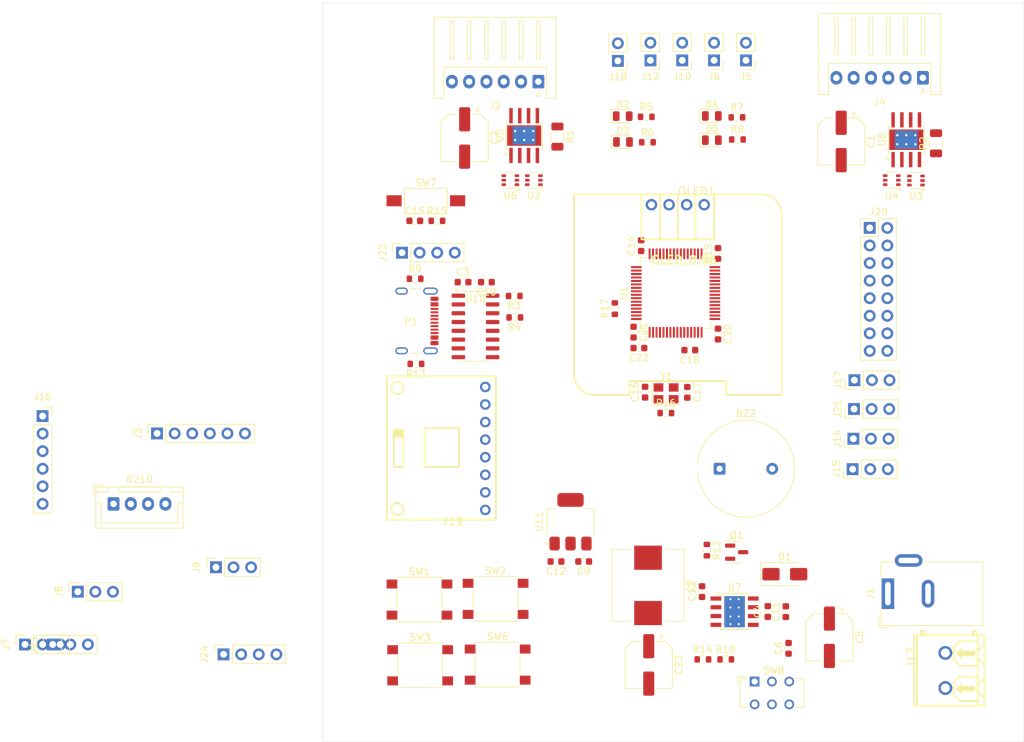
<source format=kicad_pcb>
(kicad_pcb (version 20240108) (generator "pcbnew") (generator_version "8.0")
  (title_block (title "car") (date "2024-04-26"))
  (layers (0 "F.Cu" signal) (31 "B.Cu" signal) (34 "B.Paste" user) (35 "F.Paste" user) (36 "B.SilkS" user "B.Silkscreen") (37 "F.SilkS" user "F.Silkscreen") (38 "B.Mask" user) (39 "F.Mask" user) (44 "Edge.Cuts" user))
  (net 0 "")
  (net 1 "+3V3")
  (net 2 "GND")
  (net 3 "+12V")
  (net 4 "+3.3V")
  (net 5 "+5V")
  (net 6 "Net-(BZ2--)")
  (net 7 "Net-(BZ2-+)")
  (net 8 "/TIM1_CH1")
  (net 9 "/TIM1_CH2")
  (net 10 "/USART3_TX")
  (net 11 "/USART3_RX")
  (net 12 "/TIM8_CH2")
  (net 13 "/bb68942b/AOUT2")
  (net 14 "/bb68942b/AOUT1")
  (net 16 "Net-(D1-K)")
  (net 17 "Net-(U7-BOOT)")
  (net 18 "Net-(U5-ISEN)")
  (net 19 "Net-(U8-ISEN)")
  (net 20 "/stm32f103rct6/RST")
  (net 21 "/stm32f103rct6/OSC_IN")
  (net 22 "Net-(U10-V3)")
  (net 23 "Net-(U5-IN2)")
  (net 24 "Net-(U8-IN1)")
  (net 25 "Net-(U8-IN2)")
  (net 26 "Net-(U5-IN1)")
  (net 27 "Net-(P1-D-)")
  (net 28 "/bb68942b/BOUT1")
  (net 29 "/bb68942b/BOUT2")
  (net 30 "/stm32f103rct6/OSC_OUT")
  (net 31 "Net-(D2-A)")
  (net 32 "Net-(D3-A)")
  (net 33 "Net-(P1-D+)")
  (net 43 "Net-(D4-A)")
  (net 44 "Net-(D5-A)")
  (net 45 "/stm32f103rct6/SWDIO")
  (net 46 "/stm32f103rct6/SWCLK")
  (net 47 "Net-(P1-VCONN)")
  (net 48 "Net-(P1-CC)")
  (net 49 "Net-(U7-VSENSE)")
  (net 50 "/stm32f103rct6/BOOT0")
  (net 52 "Net-(SW8-B)")
  (net 57 "/TIM8_CH1")
  (net 58 "/USART2_RX")
  (net 59 "/USART2_TX")
  (net 60 "/USART4_RX")
  (net 61 "/USART4_TX")
  (net 62 "/USART5_RX")
  (net 63 "/USART5_TX")
  (net 66 "/USART1_TX")
  (net 67 "/USART1_RX")
  (net 72 "Net-(U10-TXD)")
  (net 73 "Net-(U10-RXD)")
  (net 74 "/TIM2_CH2")
  (net 75 "/TIM2_CH1")
  (net 76 "/LED1")
  (net 77 "/LED2")
  (net 78 "/LED3")
  (net 79 "/TIM3_CH1")
  (net 80 "/TIM3_CH2")
  (net 81 "/TIM3_CH3")
  (net 82 "/MPU_SDA")
  (net 83 "/MPU_SCL")
  (net 84 "/-PC3")
  (net 85 "/-PC8")
  (net 86 "/-PB2")
  (net 87 "/-PC15")
  (net 88 "/-PC13")
  (net 89 "/-PC4")
  (net 90 "/-PC0")
  (net 91 "/-PC2")
  (net 92 "/-PB3")
  (net 93 "/-PC14")
  (net 94 "/-PC9")
  (net 95 "/-PC5")
  (net 96 "/-PC1")
  (net 97 "/TIM3_CH4")
  (net 98 "/OLED_ACL")
  (net 99 "/OLED_SDA")
  (net 100 "/Buzzer")
  (net 101 "/KEY1")
  (net 102 "/KEY2")
  (net 103 "/KEY3")
  (net 104 "/KEY4")
  (net 105 "/DIRB")
  (net 106 "/DIRA")
  (footprint "Connector_PinHeader_2.54mm:PinHeader_1x02_P2.54mm_Vertical" (layer "F.Cu") (at 181.835 55.13 180)
    (property "Reference" "J5" (at 0 -2.33 180) (layer "F.SilkS"))
    (property "Value" "Conn_01x02")
    (pad "1" thru_hole rect (at 0 0 180) (size 1.7 1.7) (drill 1) (layers "*.Cu" "*.Mask") (net 59 "/USART2_TX"))
    (pad "2" thru_hole oval (at 0 2.54 180) (size 1.7 1.7) (drill 1) (layers "*.Cu" "*.Mask") (net 58 "/USART2_RX"))
  )
  (footprint "Capacitor_SMD:C_0603_1608Metric" (layer "F.Cu") (at 177.8 83.045 90)
    (property "Reference" "C19" (at 0 -1.43 90) (layer "F.SilkS"))
    (property "Value" "0.1uf/16V")
    (pad "1" smd roundrect (at -0.775 0 90) (size 0.9 0.95) (layers "F.Cu" "F.Paste" "F.Mask") (net 4 "+3.3V"))
    (pad "2" smd roundrect (at 0.775 0 90) (size 0.9 0.95) (layers "F.Cu" "F.Paste" "F.Mask") (net 2 "GND"))
  )
  (footprint "Package_SO:TI_SO-PowerPAD-8_ThermalVias" (layer "F.Cu") (at 180.195 134.83)
    (property "Reference" "U7" (at 0 -3.5 0) (layer "F.SilkS"))
    (property "Value" "TPS5430DDA")
    (pad "1" smd rect (at -2.7 -1.905) (size 1.55 0.6) (layers "F.Cu" "F.Paste" "F.Mask") (net 17 "Net-(U7-BOOT)"))
    (pad "2" smd rect (at -2.7 -0.635) (size 1.55 0.6) (layers "F.Cu" "F.Paste" "F.Mask"))
    (pad "3" smd rect (at -2.7 0.635) (size 1.55 0.6) (layers "F.Cu" "F.Paste" "F.Mask"))
    (pad "4" smd rect (at -2.7 1.905) (size 1.55 0.6) (layers "F.Cu" "F.Paste" "F.Mask") (net 49 "Net-(U7-VSENSE)"))
    (pad "5" smd rect (at 2.7 1.905) (size 1.55 0.6) (layers "F.Cu" "F.Paste" "F.Mask"))
    (pad "6" smd rect (at 2.7 0.635) (size 1.55 0.6) (layers "F.Cu" "F.Paste" "F.Mask") (net 2 "GND"))
    (pad "7" smd rect (at 2.7 -0.635) (size 1.55 0.6) (layers "F.Cu" "F.Paste" "F.Mask") (net 3 "+12V"))
    (pad "8" smd rect (at 2.7 -1.905) (size 1.55 0.6) (layers "F.Cu" "F.Paste" "F.Mask") (net 16 "Net-(D1-K)"))
    (pad "9" thru_hole circle (at -0.6 -1.8) (size 0.6 0.6) (drill 0.3) (layers "*.Cu") (net 2 "GND"))
    (pad "9" thru_hole circle (at -0.6 -0.6) (size 0.6 0.6) (drill 0.3) (layers "*.Cu") (net 2 "GND"))
    (pad "9" thru_hole circle (at -0.6 0.7) (size 0.6 0.6) (drill 0.3) (layers "*.Cu") (net 2 "GND"))
    (pad "9" thru_hole circle (at -0.6 1.8) (size 0.6 0.6) (drill 0.3) (layers "*.Cu") (net 2 "GND"))
    (pad "9" smd rect (at 0 0) (size 2.6 3.1) (layers "F.Cu" "F.Paste" "F.Mask") (net 2 "GND"))
    (pad "9" smd rect (at 0 0) (size 2.95 4.5) (layers "F.Cu") (net 2 "GND"))
    (pad "9" smd rect (at 0 0) (size 2.95 4.5) (layers "B.Cu") (net 2 "GND"))
    (pad "9" thru_hole circle (at 0.6 -1.8) (size 0.6 0.6) (drill 0.3) (layers "*.Cu") (net 2 "GND"))
    (pad "9" thru_hole circle (at 0.6 -0.6) (size 0.6 0.6) (drill 0.3) (layers "*.Cu") (net 2 "GND"))
    (pad "9" thru_hole circle (at 0.6 0.7) (size 0.6 0.6) (drill 0.3) (layers "*.Cu") (net 2 "GND"))
    (pad "9" thru_hole circle (at 0.6 1.8) (size 0.6 0.6) (drill 0.3) (layers "*.Cu") (net 2 "GND"))
  )
  (footprint "Connector_JST:JST_XH_S6B-XH-A_1x06_P2.50mm_Horizontal" (layer "F.Cu") (at 207.4 57.655 180)
    (property "Reference" "J4" (at 6.25 -3.5 180) (layer "F.SilkS"))
    (property "Value" "Conn_01x06")
    (pad "1" thru_hole roundrect (at 0 0 180) (size 1.7 1.95) (drill 0.95) (layers "*.Cu" "*.Mask") (roundrect_rratio 0.147059) (net 29 "/bb68942b/BOUT2"))
    (pad "2" thru_hole oval (at 2.5 0 180) (size 1.7 1.95) (drill 0.95) (layers "*.Cu" "*.Mask") (net 4 "+3.3V"))
    (pad "3" thru_hole oval (at 5 0 180) (size 1.7 1.95) (drill 0.95) (layers "*.Cu" "*.Mask") (net 12 "/TIM8_CH2"))
    (pad "4" thru_hole oval (at 7.5 0 180) (size 1.7 1.95) (drill 0.95) (layers "*.Cu" "*.Mask") (net 57 "/TIM8_CH1"))
    (pad "5" thru_hole oval (at 10 0 180) (size 1.7 1.95) (drill 0.95) (layers "*.Cu" "*.Mask") (net 2 "GND"))
    (pad "6" thru_hole oval (at 12.5 0 180) (size 1.7 1.95) (drill 0.95) (layers "*.Cu" "*.Mask") (net 28 "/bb68942b/BOUT1"))
  )
  (footprint "Package_TO_SOT_SMD:SOT-363_SC-70-6" (layer "F.Cu") (at 147.8 72.455 180)
    (property "Reference" "U6" (at 0 -2.25 180) (layer "F.SilkS"))
    (property "Value" "~")
    (pad "1" smd roundrect (at -0.95 -0.65 180) (size 0.65 0.4) (layers "F.Cu" "F.Paste" "F.Mask") (net 2 "GND"))
    (pad "2" smd roundrect (at -0.95 0 180) (size 0.65 0.4) (layers "F.Cu" "F.Paste" "F.Mask") (net 2 "GND"))
    (pad "3" smd roundrect (at -0.95 0.65 180) (size 0.65 0.4) (layers "F.Cu" "F.Paste" "F.Mask") (net 75 "/TIM2_CH1"))
    (pad "4" smd roundrect (at 0.95 0.65 180) (size 0.65 0.4) (layers "F.Cu" "F.Paste" "F.Mask") (net 26 "Net-(U5-IN1)"))
    (pad "5" smd roundrect (at 0.95 0 180) (size 0.65 0.4) (layers "F.Cu" "F.Paste" "F.Mask") (net 4 "+3.3V"))
    (pad "6" smd roundrect (at 0.95 -0.65 180) (size 0.65 0.4) (layers "F.Cu" "F.Paste" "F.Mask") (net 106 "/DIRA"))
  )
  (footprint "Connector_PinHeader_2.54mm:PinHeader_1x03_P2.54mm_Vertical" (layer "F.Cu") (at 197.455 105.53 90)
    (property "Reference" "J21" (at 0 -2.33 90) (layer "F.SilkS"))
    (property "Value" "Conn_01x03")
    (pad "1" thru_hole rect (at 0 0 90) (size 1.7 1.7) (drill 1) (layers "*.Cu" "*.Mask") (net 97 "/TIM3_CH4"))
    (pad "2" thru_hole oval (at 0 2.54 90) (size 1.7 1.7) (drill 1) (layers "*.Cu" "*.Mask") (net 5 "+5V"))
    (pad "3" thru_hole oval (at 0 5.08 90) (size 1.7 1.7) (drill 1) (layers "*.Cu" "*.Mask") (net 2 "GND"))
  )
  (footprint "Package_TO_SOT_SMD:SOT-223" (layer "F.Cu") (at 156.495 121.83 90)
    (property "Reference" "U11" (at 0 -4.5 90) (layer "F.SilkS"))
    (property "Value" "SGM2212-3.3XKC3G/TR")
    (pad "1" smd roundrect (at -3.15 -2.3 90) (size 2 1.5) (layers "F.Cu" "F.Paste" "F.Mask") (net 2 "GND"))
    (pad "2" smd roundrect (at -3.15 0 90) (size 2 1.5) (layers "F.Cu" "F.Paste" "F.Mask") (net 4 "+3.3V"))
    (pad "3" smd roundrect (at -3.15 2.3 90) (size 2 1.5) (layers "F.Cu" "F.Paste" "F.Mask") (net 5 "+5V"))
    (pad "4" smd roundrect (at 3.15 0 90) (size 2 3.8) (layers "F.Cu" "F.Paste" "F.Mask") (net 4 "+3.3V"))
  )
  (footprint "Connector_PinHeader_2.54mm:PinHeader_1x03_P2.54mm_Vertical" (layer "F.Cu") (at 197.255 114.23 90)
    (property "Reference" "J15" (at 0 -2.33 90) (layer "F.SilkS"))
    (property "Value" "Conn_01x03")
    (pad "1" thru_hole rect (at 0 0 90) (size 1.7 1.7) (drill 1) (layers "*.Cu" "*.Mask") (net 80 "/TIM3_CH2"))
    (pad "2" thru_hole oval (at 0 2.54 90) (size 1.7 1.7) (drill 1) (layers "*.Cu" "*.Mask") (net 5 "+5V"))
    (pad "3" thru_hole oval (at 0 5.08 90) (size 1.7 1.7) (drill 1) (layers "*.Cu" "*.Mask") (net 2 "GND"))
  )
  (footprint "Connector_PinHeader_2.54mm:PinHeader_1x02_P2.54mm_Vertical" (layer "F.Cu") (at 168.035 55.13 180)
    (property "Reference" "J12" (at 0 -2.33 180) (layer "F.SilkS"))
    (property "Value" "Conn_01x02")
    (pad "1" thru_hole rect (at 0 0 180) (size 1.7 1.7) (drill 1) (layers "*.Cu" "*.Mask") (net 63 "/USART5_TX"))
    (pad "2" thru_hole oval (at 0 2.54 180) (size 1.7 1.7) (drill 1) (layers "*.Cu" "*.Mask") (net 62 "/USART5_RX"))
  )
  (footprint "Connector_PinHeader_2.54mm:PinHeader_2x08_P2.54mm_Vertical" (layer "F.Cu") (at 199.72 79.355)
    (property "Reference" "J20" (at 1.27 -2.33 0) (layer "F.SilkS"))
    (property "Value" "Conn_02x08_Counter_Clockwise")
    (pad "1" thru_hole rect (at 0 0) (size 1.7 1.7) (drill 1) (layers "*.Cu" "*.Mask") (net 86 "/-PB2"))
    (pad "2" thru_hole oval (at 2.54 0) (size 1.7 1.7) (drill 1) (layers "*.Cu" "*.Mask") (net 92 "/-PB3"))
    (pad "3" thru_hole oval (at 0 2.54) (size 1.7 1.7) (drill 1) (layers "*.Cu" "*.Mask") (net 90 "/-PC0"))
    (pad "4" thru_hole oval (at 2.54 2.54) (size 1.7 1.7) (drill 1) (layers "*.Cu" "*.Mask") (net 96 "/-PC1"))
    (pad "5" thru_hole oval (at 0 5.08) (size 1.7 1.7) (drill 1) (layers "*.Cu" "*.Mask") (net 91 "/-PC2"))
    (pad "6" thru_hole oval (at 2.54 5.08) (size 1.7 1.7) (drill 1) (layers "*.Cu" "*.Mask") (net 84 "/-PC3"))
    (pad "7" thru_hole oval (at 0 7.62) (size 1.7 1.7) (drill 1) (layers "*.Cu" "*.Mask") (net 89 "/-PC4"))
    (pad "8" thru_hole oval (at 2.54 7.62) (size 1.7 1.7) (drill 1) (layers "*.Cu" "*.Mask") (net 95 "/-PC5"))
    (pad "9" thru_hole oval (at 0 10.16) (size 1.7 1.7) (drill 1) (layers "*.Cu" "*.Mask") (net 85 "/-PC8"))
    (pad "10" thru_hole oval (at 2.54 10.16) (size 1.7 1.7) (drill 1) (layers "*.Cu" "*.Mask") (net 94 "/-PC9"))
    (pad "11" thru_hole oval (at 0 12.7) (size 1.7 1.7) (drill 1) (layers "*.Cu" "*.Mask") (net 88 "/-PC13"))
    (pad "12" thru_hole oval (at 2.54 12.7) (size 1.7 1.7) (drill 1) (layers "*.Cu" "*.Mask") (net 93 "/-PC14"))
    (pad "13" thru_hole oval (at 0 15.24) (size 1.7 1.7) (drill 1) (layers "*.Cu" "*.Mask") (net 87 "/-PC15"))
    (pad "14" thru_hole oval (at 2.54 15.24) (size 1.7 1.7) (drill 1) (layers "*.Cu" "*.Mask") (net 2 "GND"))
    (pad "15" thru_hole oval (at 0 17.78) (size 1.7 1.7) (drill 1) (layers "*.Cu" "*.Mask") (net 2 "GND"))
    (pad "16" thru_hole oval (at 2.54 17.78) (size 1.7 1.7) (drill 1) (layers "*.Cu" "*.Mask") (net 4 "+3.3V"))
  )
  (footprint "DuRuofu_Connector:DC母座(大)" (layer "F.Cu") (at 202.345 132.23 90)
    (property "Reference" "J1" (at 0 -2.5 90) (layer "F.SilkS"))
    (property "Value" "DC母座(大)")
    (pad "1" thru_hole rect (at 0 0 90) (size 4.4 1.8) (drill oval 3.4 0.8) (layers "*.Cu" "*.Mask") (net 52 "Net-(SW8-B)"))
    (pad "2" thru_hole oval (at 0 5.8 90) (size 4 1.8) (drill oval 3 0.8) (layers "*.Cu" "*.Mask") (net 2 "GND"))
    (pad "3" thru_hole oval (at 4.8 3 180) (size 4 1.8) (drill oval 3 0.8) (layers "*.Cu" "*.Mask"))
  )
  (footprint "Connector_PinHeader_2.54mm:PinHeader_1x02_P2.54mm_Vertical" (layer "F.Cu") (at 163.335 55.205 180)
    (property "Reference" "J18" (at 0 -2.33 180) (layer "F.SilkS"))
    (property "Value" "Conn_01x02")
    (pad "1" thru_hole rect (at 0 0 180) (size 1.7 1.7) (drill 1) (layers "*.Cu" "*.Mask") (net 66 "/USART1_TX"))
    (pad "2" thru_hole oval (at 0 2.54 180) (size 1.7 1.7) (drill 1) (layers "*.Cu" "*.Mask") (net 67 "/USART1_RX"))
  )
  (footprint "Package_TO_SOT_SMD:SOT-363_SC-70-6" (layer "F.Cu") (at 206.4 72.505 180)
    (property "Reference" "U3" (at 0 -2.25 180) (layer "F.SilkS"))
    (property "Value" "~")
    (pad "1" smd roundrect (at -0.95 -0.65 180) (size 0.65 0.4) (layers "F.Cu" "F.Paste" "F.Mask") (net 2 "GND"))
    (pad "2" smd roundrect (at -0.95 0 180) (size 0.65 0.4) (layers "F.Cu" "F.Paste" "F.Mask") (net 2 "GND"))
    (pad "3" smd roundrect (at -0.95 0.65 180) (size 0.65 0.4) (layers "F.Cu" "F.Paste" "F.Mask") (net 74 "/TIM2_CH2"))
    (pad "4" smd roundrect (at 0.95 0.65 180) (size 0.65 0.4) (layers "F.Cu" "F.Paste" "F.Mask") (net 24 "Net-(U8-IN1)"))
    (pad "5" smd roundrect (at 0.95 0 180) (size 0.65 0.4) (layers "F.Cu" "F.Paste" "F.Mask") (net 4 "+3.3V"))
    (pad "6" smd roundrect (at 0.95 -0.65 180) (size 0.65 0.4) (layers "F.Cu" "F.Paste" "F.Mask") (net 105 "/DIRB"))
  )
  (footprint "Capacitor_SMD:CP_Elec_6.3x7.7" (layer "F.Cu") (at 193.895 138.53 -90)
    (property "Reference" "C5" (at 0 -4.35 -90) (layer "F.SilkS"))
    (property "Value" "220uf")
    (pad "1" smd roundrect (at -2.7 0 270) (size 3.5 1.6) (layers "F.Cu" "F.Paste" "F.Mask") (roundrect_rratio 0.15625) (net 3 "+12V"))
    (pad "2" smd roundrect (at 2.7 0 270) (size 3.5 1.6) (layers "F.Cu" "F.Paste" "F.Mask") (roundrect_rratio 0.15625) (net 2 "GND"))
  )
  (footprint "Capacitor_SMD:C_0603_1608Metric" (layer "F.Cu") (at 133.995 78.33)
    (property "Reference" "C15" (at 0 -1.43 0) (layer "F.SilkS"))
    (property "Value" "0.1uF/50V")
    (pad "1" smd roundrect (at -0.775 0) (size 0.9 0.95) (layers "F.Cu" "F.Paste" "F.Mask") (net 2 "GND"))
    (pad "2" smd roundrect (at 0.775 0) (size 0.9 0.95) (layers "F.Cu" "F.Paste" "F.Mask") (net 20 "/stm32f103rct6/RST"))
  )
  (footprint "Library:USB_C_Receptacle_GCT_USB4105-xx-A_16P_TopMnt_Horizontal" (layer "F.Cu") (at 133.165 92.805 -90)
    (property "Reference" "P1" (at 0.1 -0.3 0) (layer "F.SilkS"))
    (property "Value" "USB_C_Plug_USB2.0")
    (pad "" np_thru_hole circle (at -2.89 -2.605 270) (size 0.65 0.65) (drill 0.65) (layers "F&B.Cu" "*.Mask"))
    (pad "" np_thru_hole circle (at 2.89 -2.605 270) (size 0.65 0.65) (drill 0.65) (layers "F&B.Cu" "*.Mask"))
    (pad "A1" smd roundrect (at -3.2 -3.68 270) (size 0.6 1.15) (layers "F.Cu" "F.Paste" "F.Mask") (net 2 "GND"))
    (pad "A4" smd roundrect (at -2.4 -3.68 270) (size 0.6 1.15) (layers "F.Cu" "F.Paste" "F.Mask") (net 5 "+5V"))
    (pad "A5" smd roundrect (at -1.25 -3.68 270) (size 0.3 1.15) (layers "F.Cu" "F.Paste" "F.Mask") (net 48 "Net-(P1-CC)"))
    (pad "A6" smd roundrect (at -0.25 -3.68 270) (size 0.3 1.15) (layers "F.Cu" "F.Paste" "F.Mask") (net 33 "Net-(P1-D+)"))
    (pad "A7" smd roundrect (at 0.25 -3.68 270) (size 0.3 1.15) (layers "F.Cu" "F.Paste" "F.Mask") (net 27 "Net-(P1-D-)"))
    (pad "A8" smd roundrect (at 1.25 -3.68 270) (size 0.3 1.15) (layers "F.Cu" "F.Paste" "F.Mask"))
    (pad "A9" smd roundrect (at 2.4 -3.68 270) (size 0.6 1.15) (layers "F.Cu" "F.Paste" "F.Mask") (net 5 "+5V"))
    (pad "A12" smd roundrect (at 3.2 -3.68 270) (size 0.6 1.15) (layers "F.Cu" "F.Paste" "F.Mask") (net 2 "GND"))
    (pad "B1" smd roundrect (at 3.2 -3.68 270) (size 0.6 1.15) (layers "F.Cu" "F.Paste" "F.Mask") (net 2 "GND"))
    (pad "B4" smd roundrect (at 2.4 -3.68 270) (size 0.6 1.15) (layers "F.Cu" "F.Paste" "F.Mask") (net 5 "+5V"))
    (pad "B5" smd roundrect (at 1.75 -3.68 270) (size 0.3 1.15) (layers "F.Cu" "F.Paste" "F.Mask") (net 47 "Net-(P1-VCONN)"))
    (pad "B6" smd roundrect (at 0.75 -3.68 270) (size 0.3 1.15) (layers "F.Cu" "F.Paste" "F.Mask"))
    (pad "B7" smd roundrect (at -0.75 -3.68 270) (size 0.3 1.15) (layers "F.Cu" "F.Paste" "F.Mask"))
    (pad "B8" smd roundrect (at -1.75 -3.68 270) (size 0.3 1.15) (layers "F.Cu" "F.Paste" "F.Mask"))
    (pad "B9" smd roundrect (at -2.4 -3.68 270) (size 0.6 1.15) (layers "F.Cu" "F.Paste" "F.Mask") (net 5 "+5V"))
    (pad "B12" smd roundrect (at -3.2 -3.68 270) (size 0.6 1.15) (layers "F.Cu" "F.Paste" "F.Mask") (net 2 "GND"))
    (pad "S1" thru_hole oval (at -4.32 -3.105 270) (size 1 2.1) (drill oval 0.6 1.7) (layers "*.Cu" "*.Mask" "F.Paste") (net 2 "GND"))
    (pad "S1" thru_hole oval (at -4.32 1.075 270) (size 1 1.8) (drill oval 0.6 1.4) (layers "*.Cu" "*.Mask" "F.Paste") (net 2 "GND"))
    (pad "S1" thru_hole oval (at 4.32 -3.105 270) (size 1 2.1) (drill oval 0.6 1.7) (layers "*.Cu" "*.Mask" "F.Paste") (net 2 "GND"))
    (pad "S1" thru_hole oval (at 4.32 1.075 270) (size 1 1.8) (drill oval 0.6 1.4) (layers "*.Cu" "*.Mask" "F.Paste") (net 2 "GND"))
  )
  (footprint "Resistor_SMD:R_0603_1608Metric" (layer "F.Cu") (at 180.535 63.37)
    (property "Reference" "R7" (at 0 -1.43 0) (layer "F.SilkS"))
    (property "Value" "10k")
    (pad "1" smd roundrect (at -0.825 0) (size 0.8 0.95) (layers "F.Cu" "F.Paste" "F.Mask") (net 43 "Net-(D4-A)"))
    (pad "2" smd roundrect (at 0.825 0) (size 0.8 0.95) (layers "F.Cu" "F.Paste" "F.Mask") (net 4 "+3.3V"))
  )
  (footprint "Resistor_SMD:R_1206_3216Metric" (layer "F.Cu") (at 154.6 66.155 -90)
    (property "Reference" "R1" (at 0 -1.82 -90) (layer "F.SilkS"))
    (property "Value" "0.15R 1206 1WOCP=3.3V/10/0.15R=2.2A")
    (pad "1" smd roundrect (at -1.4625 0 270) (size 1.125 1.75) (layers "F.Cu" "F.Paste" "F.Mask") (roundrect_rratio 0.222222) (net 2 "GND"))
    (pad "2" smd roundrect (at 1.4625 0 270) (size 1.125 1.75) (layers "F.Cu" "F.Paste" "F.Mask") (roundrect_rratio 0.222222) (net 18 "Net-(U5-ISEN)"))
  )
  (footprint "Button_Switch_SMD:SW_SPST_FSMSM" (layer "F.Cu") (at 135.595 75.43)
    (property "Reference" "SW7" (at 0 -2.6 0) (layer "F.SilkS"))
    (property "Value" "RST")
    (pad "1" smd rect (at -4.59 0) (size 2.18 1.6) (layers "F.Cu" "F.Paste" "F.Mask") (net 2 "GND"))
    (pad "2" smd rect (at 4.59 0) (size 2.18 1.6) (layers "F.Cu" "F.Paste" "F.Mask") (net 20 "/stm32f103rct6/RST"))
  )
  (footprint "Resistor_SMD:R_0603_1608Metric" (layer "F.Cu") (at 178.92 141.73)
    (property "Reference" "R18" (at 0 -1.43 0) (layer "F.SilkS"))
    (property "Value" "3.2k")
    (pad "1" smd roundrect (at -0.825 0) (size 0.8 0.95) (layers "F.Cu" "F.Paste" "F.Mask") (net 49 "Net-(U7-VSENSE)"))
    (pad "2" smd roundrect (at 0.825 0) (size 0.8 0.95) (layers "F.Cu" "F.Paste" "F.Mask") (net 2 "GND"))
  )
  (footprint "Capacitor_SMD:C_0603_1608Metric" (layer "F.Cu") (at 140.97 87.195)
    (property "Reference" "C3" (at 0 -1.43 0) (layer "F.SilkS"))
    (property "Value" "0.1uF")
    (pad "1" smd roundrect (at -0.775 0) (size 0.9 0.95) (layers "F.Cu" "F.Paste" "F.Mask") (net 2 "GND"))
    (pad "2" smd roundrect (at 0.775 0) (size 0.9 0.95) (layers "F.Cu" "F.Paste" "F.Mask") (net 4 "+3.3V"))
  )
  (footprint "Capacitor_SMD:C_0603_1608Metric" (layer "F.Cu") (at 167.2675 103.095 90)
    (property "Reference" "C16" (at 0 -1.43 90) (layer "F.SilkS"))
    (property "Value" "22pf/16V")
    (pad "1" smd roundrect (at -0.775 0 90) (size 0.9 0.95) (layers "F.Cu" "F.Paste" "F.Mask") (net 21 "/stm32f103rct6/OSC_IN"))
    (pad "2" smd roundrect (at 0.775 0 90) (size 0.9 0.95) (layers "F.Cu" "F.Paste" "F.Mask") (net 2 "GND"))
  )
  (footprint "Resistor_SMD:R_0603_1608Metric" (layer "F.Cu") (at 134.04 86.705)
    (property "Reference" "R9" (at 0 -1.43 0) (layer "F.SilkS"))
    (property "Value" "5.1K")
    (pad "1" smd roundrect (at -0.825 0) (size 0.8 0.95) (layers "F.Cu" "F.Paste" "F.Mask") (net 48 "Net-(P1-CC)"))
    (pad "2" smd roundrect (at 0.825 0) (size 0.8 0.95) (layers "F.Cu" "F.Paste" "F.Mask") (net 2 "GND"))
  )
  (footprint "Capacitor_SMD:C_0603_1608Metric" (layer "F.Cu") (at 177.8 94.695 -90)
    (property "Reference" "C20" (at 0 -1.43 -90) (layer "F.SilkS"))
    (property "Value" "0.1uf/16V")
    (pad "1" smd roundrect (at -0.775 0 270) (size 0.9 0.95) (layers "F.Cu" "F.Paste" "F.Mask") (net 4 "+3.3V"))
    (pad "2" smd roundrect (at 0.775 0 270) (size 0.9 0.95) (layers "F.Cu" "F.Paste" "F.Mask") (net 2 "GND"))
  )
  (footprint "Resistor_SMD:R_0603_1608Metric" (layer "F.Cu") (at 167.61 66.97)
    (property "Reference" "R6" (at 0 -1.43 0) (layer "F.SilkS"))
    (property "Value" "10k")
    (pad "1" smd roundrect (at -0.825 0) (size 0.8 0.95) (layers "F.Cu" "F.Paste" "F.Mask") (net 32 "Net-(D3-A)"))
    (pad "2" smd roundrect (at 0.825 0) (size 0.8 0.95) (layers "F.Cu" "F.Paste" "F.Mask") (net 4 "+3.3V"))
  )
  (footprint "Capacitor_SMD:C_0603_1608Metric" (layer "F.Cu") (at 173.725 97.02 180)
    (property "Reference" "C18" (at 0 -1.43 180) (layer "F.SilkS"))
    (property "Value" "0.1uf/16V")
    (pad "1" smd roundrect (at -0.775 0 180) (size 0.9 0.95) (layers "F.Cu" "F.Paste" "F.Mask") (net 4 "+3.3V"))
    (pad "2" smd roundrect (at 0.775 0 180) (size 0.9 0.95) (layers "F.Cu" "F.Paste" "F.Mask") (net 2 "GND"))
  )
  (footprint "Library:SW_Push_1P1T_NO_6x6mm" (layer "F.Cu") (at 134.77 142.58)
    (property "Reference" "SW3" (at 0 -4.05 0) (layer "F.SilkS"))
    (property "Value" "K3")
    (pad "1" smd rect (at -3.975 -2.25) (size 1.55 1.3) (layers "F.Cu" "F.Paste" "F.Mask") (net 103 "/KEY3"))
    (pad "1" smd rect (at 3.975 -2.25) (size 1.55 1.3) (layers "F.Cu" "F.Paste" "F.Mask") (net 103 "/KEY3"))
    (pad "2" smd rect (at -3.975 2.25) (size 1.55 1.3) (layers "F.Cu" "F.Paste" "F.Mask") (net 1 "+3V3"))
    (pad "2" smd rect (at 3.975 2.25) (size 1.55 1.3) (layers "F.Cu" "F.Paste" "F.Mask") (net 1 "+3V3"))
  )
  (footprint "Resistor_SMD:R_0603_1608Metric" (layer "F.Cu") (at 162.9 91.02 90)
    (property "Reference" "R17" (at 0 -1.43 90) (layer "F.SilkS"))
    (property "Value" "10k")
    (pad "1" smd roundrect (at -0.825 0 90) (size 0.8 0.95) (layers "F.Cu" "F.Paste" "F.Mask") (net 2 "GND"))
    (pad "2" smd roundrect (at 0.825 0 90) (size 0.8 0.95) (layers "F.Cu" "F.Paste" "F.Mask") (net 50 "/stm32f103rct6/BOOT0"))
  )
  (footprint "Button_Switch_THT:SW_CuK_JS202011CQN_DPDT_Straight" (layer "F.Cu") (at 183.095 144.93)
    (property "Reference" "SW8" (at 2.75 -1.6 0) (layer "F.SilkS"))
    (property "Value" "SW_Push_SPDT")
    (pad "1" thru_hole rect (at 0 0) (size 1.4 1.4) (drill 0.9) (layers "*.Cu" "*.Mask") (net 3 "+12V"))
    (pad "2" thru_hole circle (at 2.5 0) (size 1.4 1.4) (drill 0.9) (layers "*.Cu" "*.Mask") (net 52 "Net-(SW8-B)"))
    (pad "3" thru_hole circle (at 5 0) (size 1.4 1.4) (drill 0.9) (layers "*.Cu" "*.Mask"))
    (pad "4" thru_hole circle (at 0 3.3) (size 1.4 1.4) (drill 0.9) (layers "*.Cu" "*.Mask"))
    (pad "5" thru_hole circle (at 2.5 3.3) (size 1.4 1.4) (drill 0.9) (layers "*.Cu" "*.Mask"))
    (pad "6" thru_hole circle (at 5 3.3) (size 1.4 1.4) (drill 0.9) (layers "*.Cu" "*.Mask"))
  )
  (footprint "Capacitor_SMD:C_0603_1608Metric" (layer "F.Cu") (at 175.495 131.93 90)
    (property "Reference" "C13" (at 0 -1.43 90) (layer "F.SilkS"))
    (property "Value" "0.01uf")
    (pad "1" smd roundrect (at -0.775 0 90) (size 0.9 0.95) (layers "F.Cu" "F.Paste" "F.Mask") (net 17 "Net-(U7-BOOT)"))
    (pad "2" smd roundrect (at 0.775 0 90) (size 0.9 0.95) (layers "F.Cu" "F.Paste" "F.Mask") (net 16 "Net-(D1-K)"))
  )
  (footprint "Connector_PinSocket_2.54mm:PinSocket_1x03_P2.54mm_Vertical" (layer "F.Cu") (at 85.315 131.95 90)
    (property "Reference" "J8" (at 0 -2.77 90) (layer "F.SilkS"))
    (property "Value" "Conn_01x03")
    (pad "1" thru_hole rect (at 0 0 90) (size 1.7 1.7) (drill 1) (layers "*.Cu" "*.Mask") (net 2 "GND"))
    (pad "2" thru_hole oval (at 0 2.54 90) (size 1.7 1.7) (drill 1) (layers "*.Cu" "*.Mask") (net 2 "GND"))
    (pad "3" thru_hole oval (at 0 5.08 90) (size 1.7 1.7) (drill 1) (layers "*.Cu" "*.Mask") (net 2 "GND"))
  )
  (footprint "Buzzer_Beeper:Indicator_PUI_AI-1440-TWT-24V-2-R" (layer "F.Cu") (at 178.035 114.17)
    (property "Reference" "BZ2" (at 3.8 -8 0) (layer "F.SilkS"))
    (property "Value" "Buzzer")
    (pad "1" thru_hole roundrect (at 0 0) (size 1.7 1.7) (drill 0.9) (layers "*.Cu" "*.Mask") (roundrect_rratio 0.147) (net 6 "Net-(BZ2--)"))
    (pad "2" thru_hole circle (at 7.6 0) (size 1.7 1.7) (drill 0.9) (layers "*.Cu" "*.Mask") (net 7 "Net-(BZ2-+)"))
  )
  (footprint "Connector_PinSocket_2.54mm:PinSocket_1x04_P2.54mm_Vertical" (layer "F.Cu") (at 132.155 82.93 90)
    (property "Reference" "J23" (at 0 -2.77 90) (layer "F.SilkS"))
    (property "Value" "Conn_01x04")
    (pad "1" thru_hole rect (at 0 0 90) (size 1.7 1.7) (drill 1) (layers "*.Cu" "*.Mask") (net 2 "GND"))
    (pad "2" thru_hole oval (at 0 2.54 90) (size 1.7 1.7) (drill 1) (layers "*.Cu" "*.Mask") (net 4 "+3.3V"))
    (pad "3" thru_hole oval (at 0 5.08 90) (size 1.7 1.7) (drill 1) (layers "*.Cu" "*.Mask") (net 46 "/stm32f103rct6/SWCLK"))
    (pad "4" thru_hole oval (at 0 7.62 90) (size 1.7 1.7) (drill 1) (layers "*.Cu" "*.Mask") (net 45 "/stm32f103rct6/SWDIO"))
  )
  (footprint "Connector_PinSocket_2.54mm:PinSocket_1x03_P2.54mm_Vertical" (layer "F.Cu") (at 81.695 139.57 90)
    (property "Reference" "J11" (at 0 -2.77 90) (layer "F.SilkS"))
    (property "Value" "Conn_01x03")
    (pad "1" thru_hole rect (at 0 0 90) (size 1.7 1.7) (drill 1) (layers "*.Cu" "*.Mask") (net 5 "+5V"))
    (pad "2" thru_hole oval (at 0 2.54 90) (size 1.7 1.7) (drill 1) (layers "*.Cu" "*.Mask") (net 5 "+5V"))
    (pad "3" thru_hole oval (at 0 5.08 90) (size 1.7 1.7) (drill 1) (layers "*.Cu" "*.Mask") (net 5 "+5V"))
  )
  (footprint "DuRuofu_L:L_Wuerth_HCI-1040" (layer "F.Cu") (at 167.695 131.03 -90)
    (property "Reference" "L2" (at 0 -6.1 -90) (layer "F.SilkS"))
    (property "Value" "22uh")
    (pad "1" smd rect (at -4 0 270) (size 3.5 4) (layers "F.Cu" "F.Paste" "F.Mask") (net 16 "Net-(D1-K)"))
    (pad "2" smd rect (at 4 0 270) (size 3.5 4) (layers "F.Cu" "F.Paste" "F.Mask") (net 5 "+5V"))
  )
  (footprint "LED_SMD:LED_0805_2012Metric" (layer "F.Cu") (at 176.91 66.67)
    (property "Reference" "D5" (at 0 -1.65 0) (layer "F.SilkS"))
    (property "Value" "LED")
    (pad "1" smd roundrect (at -0.9375 0) (size 0.975 1.4) (layers "F.Cu" "F.Paste" "F.Mask") (net 78 "/LED3"))
    (pad "2" smd roundrect (at 0.9375 0) (size 0.975 1.4) (layers "F.Cu" "F.Paste" "F.Mask") (net 44 "Net-(D5-A)"))
  )
  (footprint "Resistor_SMD:R_1206_3216Metric" (layer "F.Cu") (at 209.3 67.1175 90)
    (property "Reference" "R2" (at 0 -1.82 90) (layer "F.SilkS"))
    (property "Value" "0.15R 1206 1WOCP=3.3V/10/0.15R=2.2A")
    (pad "1" smd roundrect (at -1.4625 0 90) (size 1.125 1.75) (layers "F.Cu" "F.Paste" "F.Mask") (roundrect_rratio 0.222222) (net 2 "GND"))
    (pad "2" smd roundrect (at 1.4625 0 90) (size 1.125 1.75) (layers "F.Cu" "F.Paste" "F.Mask") (roundrect_rratio 0.222222) (net 19 "Net-(U8-ISEN)"))
  )
  (footprint "Capacitor_SMD:C_0603_1608Metric" (layer "F.Cu") (at 158.395 127.58 180)
    (property "Reference" "C9" (at 0 -1.43 180) (layer "F.SilkS"))
    (property "Value" "2.2uF")
    (pad "1" smd roundrect (at -0.775 0 180) (size 0.9 0.95) (layers "F.Cu" "F.Paste" "F.Mask") (net 5 "+5V"))
    (pad "2" smd roundrect (at 0.775 0 180) (size 0.9 0.95) (layers "F.Cu" "F.Paste" "F.Mask") (net 2 "GND"))
  )
  (footprint "Connector_PinSocket_2.54mm:PinSocket_1x04_P2.54mm_Vertical" (layer "F.Cu") (at 106.38 141 90)
    (property "Reference" "J24" (at 0 -2.77 90) (layer "F.SilkS"))
    (property "Value" "Conn_01x04")
    (pad "1" thru_hole rect (at 0 0 90) (size 1.7 1.7) (drill 1) (layers "*.Cu" "*.Mask") (net 5 "+5V"))
    (pad "2" thru_hole oval (at 0 2.54 90) (size 1.7 1.7) (drill 1) (layers "*.Cu" "*.Mask") (net 2 "GND"))
    (pad "3" thru_hole oval (at 0 5.08 90) (size 1.7 1.7) (drill 1) (layers "*.Cu" "*.Mask") (net 86 "/-PB2"))
    (pad "4" thru_hole oval (at 0 7.62 90) (size 1.7 1.7) (drill 1) (layers "*.Cu" "*.Mask") (net 92 "/-PB3"))
  )
  (footprint "Connector_PinSocket_2.54mm:PinSocket_1x06_P2.54mm_Vertical" (layer "F.Cu") (at 96.77 109.065 90)
    (property "Reference" "J3" (at 0 -2.77 90) (layer "F.SilkS"))
    (property "Value" "HC-05")
    (pad "1" thru_hole rect (at 0 0 90) (size 1.7 1.7) (drill 1) (layers "*.Cu" "*.Mask"))
    (pad "2" thru_hole oval (at 0 2.54 90) (size 1.7 1.7) (drill 1) (layers "*.Cu" "*.Mask") (net 5 "+5V"))
    (pad "3" thru_hole oval (at 0 5.08 90) (size 1.7 1.7) (drill 1) (layers "*.Cu" "*.Mask") (net 2 "GND"))
    (pad "4" thru_hole oval (at 0 7.62 90) (size 1.7 1.7) (drill 1) (layers "*.Cu" "*.Mask") (net 10 "/USART3_TX"))
    (pad "5" thru_hole oval (at 0 10.16 90) (size 1.7 1.7) (drill 1) (layers "*.Cu" "*.Mask") (net 11 "/USART3_RX"))
    (pad "6" thru_hole oval (at 0 12.7 90) (size 1.7 1.7) (drill 1) (layers "*.Cu" "*.Mask") (net 2 "GND"))
  )
  (footprint "Library:SW_Push_1P1T_NO_6x6mm" (layer "F.Cu") (at 134.67 133.08)
    (property "Reference" "SW1" (at 0 -4.05 0) (layer "F.SilkS"))
    (property "Value" "K1")
    (pad "1" smd rect (at -3.975 -2.25) (size 1.55 1.3) (layers "F.Cu" "F.Paste" "F.Mask") (net 101 "/KEY1"))
    (pad "1" smd rect (at 3.975 -2.25) (size 1.55 1.3) (layers "F.Cu" "F.Paste" "F.Mask") (net 101 "/KEY1"))
    (pad "2" smd rect (at -3.975 2.25) (size 1.55 1.3) (layers "F.Cu" "F.Paste" "F.Mask") (net 1 "+3V3"))
    (pad "2" smd rect (at 3.975 2.25) (size 1.55 1.3) (layers "F.Cu" "F.Paste" "F.Mask") (net 1 "+3V3"))
  )
  (footprint "Resistor_SMD:R_0603_1608Metric" (layer "F.Cu") (at 176.195 125.93 -90)
    (property "Reference" "R12" (at 0 -1.43 -90) (layer "F.SilkS"))
    (property "Value" "20")
    (pad "1" smd roundrect (at -0.825 0 270) (size 0.8 0.95) (layers "F.Cu" "F.Paste" "F.Mask") (net 6 "Net-(BZ2--)"))
    (pad "2" smd roundrect (at 0.825 0 270) (size 0.8 0.95) (layers "F.Cu" "F.Paste" "F.Mask") (net 4 "+3.3V"))
  )
  (footprint "Capacitor_SMD:C_0603_1608Metric" (layer "F.Cu") (at 187.595 134.83 90)
    (property "Reference" "C11" (at 0 -1.43 90) (layer "F.SilkS"))
    (property "Value" "4.7uf")
    (pad "1" smd roundrect (at -0.775 0 90) (size 0.9 0.95) (layers "F.Cu" "F.Paste" "F.Mask") (net 2 "GND"))
    (pad "2" smd roundrect (at 0.775 0 90) (size 0.9 0.95) (layers "F.Cu" "F.Paste" "F.Mask") (net 3 "+12V"))
  )
  (footprint "LED_SMD:LED_0805_2012Metric" (layer "F.Cu") (at 164.035 63.195)
    (property "Reference" "D2" (at 0 -1.65 0) (layer "F.SilkS"))
    (property "Value" "LED")
    (pad "1" smd roundrect (at -0.9375 0) (size 0.975 1.4) (layers "F.Cu" "F.Paste" "F.Mask") (net 2 "GND"))
    (pad "2" smd roundrect (at 0.9375 0) (size 0.975 1.4) (layers "F.Cu" "F.Paste" "F.Mask") (net 31 "Net-(D2-A)"))
  )
  (footprint "Resistor_SMD:R_0603_1608Metric" (layer "F.Cu") (at 167.435 63.295)
    (property "Reference" "R5" (at 0 -1.43 0) (layer "F.SilkS"))
    (property "Value" "10k")
    (pad "1" smd roundrect (at -0.825 0) (size 0.8 0.95) (layers "F.Cu" "F.Paste" "F.Mask") (net 31 "Net-(D2-A)"))
    (pad "2" smd roundrect (at 0.825 0) (size 0.8 0.95) (layers "F.Cu" "F.Paste" "F.Mask") (net 4 "+3.3V"))
  )
  (footprint "Capacitor_SMD:CP_Elec_6.3x7.7" (layer "F.Cu") (at 167.795 142.53 -90)
    (property "Reference" "C23" (at 0 -4.35 -90) (layer "F.SilkS"))
    (property "Value" "220uf")
    (pad "1" smd roundrect (at -2.7 0 270) (size 3.5 1.6) (layers "F.Cu" "F.Paste" "F.Mask") (roundrect_rratio 0.15625) (net 5 "+5V"))
    (pad "2" smd roundrect (at 2.7 0 270) (size 3.5 1.6) (layers "F.Cu" "F.Paste" "F.Mask") (roundrect_rratio 0.15625) (net 2 "GND"))
  )
  (footprint "Package_SO:Texas_HTSOP-8-1EP_3.9x4.9mm_P1.27mm_EP2.95x4.9mm_Mask2.4x3.1mm_ThermalVias" (layer "F.Cu") (at 205 66.605 90)
    (property "Reference" "U8" (at 0 -3.5 90) (layer "F.SilkS"))
    (property "Value" "DRV8870DDA")
    (pad "1" smd rect (at -2.875 -1.905 90) (size 2.2 0.5) (layers "F.Cu" "F.Paste" "F.Mask") (net 2 "GND"))
    (pad "2" smd rect (at -2.875 -0.635 90) (size 2.2 0.5) (layers "F.Cu" "F.Paste" "F.Mask") (net 25 "Net-(U8-IN2)"))
    (pad "3" smd rect (at -2.875 0.635 90) (size 2.2 0.5) (layers "F.Cu" "F.Paste" "F.Mask") (net 24 "Net-(U8-IN1)"))
    (pad "4" smd rect (at -2.875 1.905 90) (size 2.2 0.5) (layers "F.Cu" "F.Paste" "F.Mask") (net 4 "+3.3V"))
    (pad "5" smd rect (at 2.875 1.905 90) (size 2.2 0.5) (layers "F.Cu" "F.Paste" "F.Mask") (net 3 "+12V"))
    (pad "6" smd rect (at 2.875 0.635 90) (size 2.2 0.5) (layers "F.Cu" "F.Paste" "F.Mask") (net 28 "/bb68942b/BOUT1"))
    (pad "7" smd rect (at 2.875 -0.635 90) (size 2.2 0.5) (layers "F.Cu" "F.Paste" "F.Mask") (net 19 "Net-(U8-ISEN)"))
    (pad "8" smd rect (at 2.875 -1.905 90) (size 2.2 0.5) (layers "F.Cu" "F.Paste" "F.Mask") (net 29 "/bb68942b/BOUT2"))
    (pad "9" thru_hole circle (at -0.65 -1.3 90) (size 0.63 0.63) (drill 0.33) (layers "*.Cu" "*.Mask") (net 2 "GND"))
    (pad "9" thru_hole circle (at -0.65 0 90) (size 0.63 0.63) (drill 0.33) (layers "*.Cu" "*.Mask") (net 2 "GND"))
    (pad "9" thru_hole circle (at -0.65 1.3 90) (size 0.63 0.63) (drill 0.33) (layers "*.Cu" "*.Mask") (net 2 "GND"))
    (pad "9" smd rect (at 0 0 90) (size 2.6 3.3) (layers "B.Cu") (net 2 "GND"))
    (pad "9" smd rect (at 0 0 90) (size 2.95 4.9) (layers "F.Cu") (net 2 "GND"))
    (pad "9" thru_hole circle (at 0.65 -1.3 90) (size 0.63 0.63) (drill 0.33) (layers "*.Cu" "*.Mask") (net 2 "GND"))
    (pad "9" thru_hole circle (at 0.65 0 90) (size 0.63 0.63) (drill 0.33) (layers "*.Cu" "*.Mask") (net 2 "GND"))
    (pad "9" thru_hole circle (at 0.65 1.3 90) (size 0.63 0.63) (drill 0.33) (layers "*.Cu" "*.Mask") (net 2 "GND"))
  )
  (footprint "Capacitor_SMD:C_0603_1608Metric" (layer "F.Cu") (at 184.995 134.805 90)
    (property "Reference" "C4" (at 0 -1.43 90) (layer "F.SilkS"))
    (property "Value" "4.7uf")
    (pad "1" smd roundrect (at -0.775 0 90) (size 0.9 0.95) (layers "F.Cu" "F.Paste" "F.Mask") (net 2 "GND"))
    (pad "2" smd roundrect (at 0.775 0 90) (size 0.9 0.95) (layers "F.Cu" "F.Paste" "F.Mask") (net 3 "+12V"))
  )
  (footprint "Capacitor_SMD:CP_Elec_6.3x7.7" (layer "F.Cu") (at 195.6 66.855 -90)
    (property "Reference" "C1" (at 0 -4.35 -90) (layer "F.SilkS"))
    (property "Value" "100uf")
    (pad "1" smd roundrect (at -2.7 0 270) (size 3.5 1.6) (layers "F.Cu" "F.Paste" "F.Mask") (roundrect_rratio 0.15625) (net 3 "+12V"))
    (pad "2" smd roundrect (at 2.7 0 270) (size 3.5 1.6) (layers "F.Cu" "F.Paste" "F.Mask") (roundrect_rratio 0.15625) (net 2 "GND"))
  )
  (footprint "Library:0.96OLED_4P" (layer "F.Cu") (at 172 76.002)
    (property "Reference" "OLED1" (at -0.072 -1.942 0) (layer "F.SilkS") (effects (font (size 1.143 1.143) (thickness 0.152)) (justify left)))
    (property "Value" "OLED_0.96" (at -3.998 8 0) (layer "F.SilkS") (effects (font (size 1.2 1.2) (thickness 0.25)) (justify left)))
    (pad "1" thru_hole circle (at -3.81 0.001) (size 1.65 1.65) (drill 1) (layers "*.Cu" "*.Paste" "*.Mask") (net 2 "GND"))
    (pad "2" thru_hole circle (at -1.27 -0.001) (size 1.65 1.65) (drill 1) (layers "*.Cu" "*.Paste" "*.Mask") (net 4 "+3.3V"))
    (pad "3" thru_hole circle (at 1.27 -0.001) (size 1.65 1.65) (drill 1) (layers "*.Cu" "*.Paste" "*.Mask") (net 98 "/OLED_ACL"))
    (pad "4" thru_hole circle (at 3.81 -0.001) (size 1.65 1.65) (drill 1) (layers "*.Cu" "*.Paste" "*.Mask") (net 99 "/OLED_SDA"))
  )
  (footprint "Connector_PinHeader_2.54mm:PinHeader_1x03_P2.54mm_Vertical" (layer "F.Cu") (at 197.355 109.83 90)
    (property "Reference" "J14" (at 0 -2.33 90) (layer "F.SilkS"))
    (property "Value" "Conn_01x03")
    (pad "1" thru_hole rect (at 0 0 90) (size 1.7 1.7) (drill 1) (layers "*.Cu" "*.Mask") (net 79 "/TIM3_CH1"))
    (pad "2" thru_hole oval (at 0 2.54 90) (size 1.7 1.7) (drill 1) (layers "*.Cu" "*.Mask") (net 5 "+5V"))
    (pad "3" thru_hole oval (at 0 5.08 90) (size 1.7 1.7) (drill 1) (layers "*.Cu" "*.Mask") (net 2 "GND"))
  )
  (footprint "Package_SO:Texas_HTSOP-8-1EP_3.9x4.9mm_P1.27mm_EP2.95x4.9mm_Mask2.4x3.1mm_ThermalVias" (layer "F.Cu") (at 149.8 66.005 90)
    (property "Reference" "U5" (at 0 -3.5 90) (layer "F.SilkS"))
    (property "Value" "DRV8870DDA")
    (pad "1" smd rect (at -2.875 -1.905 90) (size 2.2 0.5) (layers "F.Cu" "F.Paste" "F.Mask") (net 2 "GND"))
    (pad "2" smd rect (at -2.875 -0.635 90) (size 2.2 0.5) (layers "F.Cu" "F.Paste" "F.Mask") (net 23 "Net-(U5-IN2)"))
    (pad "3" smd rect (at -2.875 0.635 90) (size 2.2 0.5) (layers "F.Cu" "F.Paste" "F.Mask") (net 26 "Net-(U5-IN1)"))
    (pad "4" smd rect (at -2.875 1.905 90) (size 2.2 0.5) (layers "F.Cu" "F.Paste" "F.Mask") (net 4 "+3.3V"))
    (pad "5" smd rect (at 2.875 1.905 90) (size 2.2 0.5) (layers "F.Cu" "F.Paste" "F.Mask") (net 3 "+12V"))
    (pad "6" smd rect (at 2.875 0.635 90) (size 2.2 0.5) (layers "F.Cu" "F.Paste" "F.Mask") (net 14 "/bb68942b/AOUT1"))
    (pad "7" smd rect (at 2.875 -0.635 90) (size 2.2 0.5) (layers "F.Cu" "F.Paste" "F.Mask") (net 18 "Net-(U5-ISEN)"))
    (pad "8" smd rect (at 2.875 -1.905 90) (size 2.2 0.5) (layers "F.Cu" "F.Paste" "F.Mask") (net 13 "/bb68942b/AOUT2"))
    (pad "9" thru_hole circle (at -0.65 -1.3 90) (size 0.63 0.63) (drill 0.33) (layers "*.Cu" "*.Mask") (net 2 "GND"))
    (pad "9" thru_hole circle (at -0.65 0 90) (size 0.63 0.63) (drill 0.33) (layers "*.Cu" "*.Mask") (net 2 "GND"))
    (pad "9" thru_hole circle (at -0.65 1.3 90) (size 0.63 0.63) (drill 0.33) (layers "*.Cu" "*.Mask") (net 2 "GND"))
    (pad "9" smd rect (at 0 0 90) (size 2.6 3.3) (layers "B.Cu") (net 2 "GND"))
    (pad "9" smd rect (at 0 0 90) (size 2.95 4.9) (layers "F.Cu") (net 2 "GND"))
    (pad "9" thru_hole circle (at 0.65 -1.3 90) (size 0.63 0.63) (drill 0.33) (layers "*.Cu" "*.Mask") (net 2 "GND"))
    (pad "9" thru_hole circle (at 0.65 0 90) (size 0.63 0.63) (drill 0.33) (layers "*.Cu" "*.Mask") (net 2 "GND"))
    (pad "9" thru_hole circle (at 0.65 1.3 90) (size 0.63 0.63) (drill 0.33) (layers "*.Cu" "*.Mask") (net 2 "GND"))
  )
  (footprint "Crystal:Crystal_SMD_3225-4Pin_3.2x2.5mm" (layer "F.Cu") (at 170.3 103.27)
    (property "Reference" "Y1" (at 0 -2.45 0) (layer "F.SilkS"))
    (property "Value" "Crystal_GND24(8M)")
    (pad "1" smd rect (at -1.1 0.85) (size 1.4 1.2) (layers "F.Cu" "F.Paste" "F.Mask") (net 21 "/stm32f103rct6/OSC_IN"))
    (pad "2" smd rect (at 1.1 0.85) (size 1.4 1.2) (layers "F.Cu" "F.Paste" "F.Mask") (net 2 "GND"))
    (pad "3" smd rect (at 1.1 -0.85) (size 1.4 1.2) (layers "F.Cu" "F.Paste" "F.Mask") (net 30 "/stm32f103rct6/OSC_OUT"))
    (pad "4" smd rect (at -1.1 -0.85) (size 1.4 1.2) (layers "F.Cu" "F.Paste" "F.Mask") (net 2 "GND"))
  )
  (footprint "Package_TO_SOT_SMD:SOT-363_SC-70-6" (layer "F.Cu") (at 151.2 72.455 180)
    (property "Reference" "U2" (at 0 -2.25 180) (layer "F.SilkS"))
    (property "Value" "~")
    (pad "1" smd roundrect (at -0.95 -0.65 180) (size 0.65 0.4) (layers "F.Cu" "F.Paste" "F.Mask") (net 75 "/TIM2_CH1"))
    (pad "2" smd roundrect (at -0.95 0 180) (size 0.65 0.4) (layers "F.Cu" "F.Paste" "F.Mask") (net 2 "GND"))
    (pad "3" smd roundrect (at -0.95 0.65 180) (size 0.65 0.4) (layers "F.Cu" "F.Paste" "F.Mask") (net 2 "GND"))
    (pad "4" smd roundrect (at 0.95 0.65 180) (size 0.65 0.4) (layers "F.Cu" "F.Paste" "F.Mask") (net 23 "Net-(U5-IN2)"))
    (pad "5" smd roundrect (at 0.95 0 180) (size 0.65 0.4) (layers "F.Cu" "F.Paste" "F.Mask") (net 4 "+3.3V"))
    (pad "6" smd roundrect (at 0.95 -0.65 180) (size 0.65 0.4) (layers "F.Cu" "F.Paste" "F.Mask") (net 106 "/DIRA"))
  )
  (footprint "Resistor_SMD:R_0603_1608Metric" (layer "F.Cu") (at 148.37 89.195 180)
    (property "Reference" "R3" (at 0 -1.43 180) (layer "F.SilkS"))
    (property "Value" "0")
    (pad "1" smd roundrect (at -0.825 0 180) (size 0.8 0.95) (layers "F.Cu" "F.Paste" "F.Mask") (net 66 "/USART1_TX"))
    (pad "2" smd roundrect (at 0.825 0 180) (size 0.8 0.95) (layers "F.Cu" "F.Paste" "F.Mask") (net 72 "Net-(U10-TXD)"))
  )
  (footprint "Capacitor_SMD:C_0603_1608Metric" (layer "F.Cu") (at 173.3675 103.12 -90)
    (property "Reference" "C17" (at 0 -1.43 -90) (layer "F.SilkS"))
    (property "Value" "22pf/16V")
    (pad "1" smd roundrect (at -0.775 0 270) (size 0.9 0.95) (layers "F.Cu" "F.Paste" "F.Mask") (net 30 "/stm32f103rct6/OSC_OUT"))
    (pad "2" smd roundrect (at 0.775 0 270) (size 0.9 0.95) (layers "F.Cu" "F.Paste" "F.Mask") (net 2 "GND"))
  )
  (footprint "Resistor_SMD:R_0603_1608Metric" (layer "F.Cu") (at 175.62 141.73)
    (property "Reference" "R14" (at 0 -1.43 0) (layer "F.SilkS"))
    (property "Value" "R")
    (pad "1" smd roundrect (at -0.825 0) (size 0.8 0.95) (layers "F.Cu" "F.Paste" "F.Mask") (net 5 "+5V"))
    (pad "2" smd roundrect (at 0.825 0) (size 0.8 0.95) (layers "F.Cu" "F.Paste" "F.Mask") (net 49 "Net-(U7-VSENSE)"))
  )
  (footprint "Connector_PinHeader_2.54mm:PinHeader_1x03_P2.54mm_Vertical" (layer "F.Cu") (at 197.5 101.36 90)
    (property "Reference" "J17" (at 0 -2.33 90) (layer "F.SilkS"))
    (property "Value" "Conn_01x03")
    (pad "1" thru_hole rect (at 0 0 90) (size 1.7 1.7) (drill 1) (layers "*.Cu" "*.Mask") (net 81 "/TIM3_CH3"))
    (pad "2" thru_hole oval (at 0 2.54 90) (size 1.7 1.7) (drill 1) (layers "*.Cu" "*.Mask") (net 5 "+5V"))
    (pad "3" thru_hole oval (at 0 5.08 90) (size 1.7 1.7) (drill 1) (layers "*.Cu" "*.Mask") (net 2 "GND"))
  )
  (footprint "Resistor_SMD:R_0603_1608Metric" (layer "F.Cu") (at 180.61 66.57)
    (property "Reference" "R8" (at 0 -1.43 0) (layer "F.SilkS"))
    (property "Value" "10k")
    (pad "1" smd roundrect (at -0.825 0) (size 0.8 0.95) (layers "F.Cu" "F.Paste" "F.Mask") (net 44 "Net-(D5-A)"))
    (pad "2" smd roundrect (at 0.825 0) (size 0.8 0.95) (layers "F.Cu" "F.Paste" "F.Mask") (net 4 "+3.3V"))
  )
  (footprint "Capacitor_SMD:C_0603_1608Metric" (layer "F.Cu") (at 154.395 127.58 180)
    (property "Reference" "C12" (at 0 -1.43 180) (layer "F.SilkS"))
    (property "Value" "2.2uF")
    (pad "1" smd roundrect (at -0.775 0 180) (size 0.9 0.95) (layers "F.Cu" "F.Paste" "F.Mask") (net 4 "+3.3V"))
    (pad "2" smd roundrect (at 0.775 0 180) (size 0.9 0.95) (layers "F.Cu" "F.Paste" "F.Mask") (net 2 "GND"))
  )
  (footprint "Library:SW_Push_1P1T_NO_6x6mm" (layer "F.Cu") (at 145.97 142.48)
    (property "Reference" "SW6" (at 0 -4.05 0) (layer "F.SilkS"))
    (property "Value" "K4")
    (pad "1" smd rect (at -3.975 -2.25) (size 1.55 1.3) (layers "F.Cu" "F.Paste" "F.Mask") (net 104 "/KEY4"))
    (pad "1" smd rect (at 3.975 -2.25) (size 1.55 1.3) (layers "F.Cu" "F.Paste" "F.Mask") (net 104 "/KEY4"))
    (pad "2" smd rect (at -3.975 2.25) (size 1.55 1.3) (layers "F.Cu" "F.Paste" "F.Mask") (net 1 "+3V3"))
    (pad "2" smd rect (at 3.975 2.25) (size 1.55 1.3) (layers "F.Cu" "F.Paste" "F.Mask") (net 1 "+3V3"))
  )
  (footprint "Connector_PinSocket_2.54mm:PinSocket_1x06_P2.54mm_Vertical" (layer "F.Cu") (at 80.235 106.55)
    (property "Reference" "J16" (at 0 -2.77 0) (layer "F.SilkS"))
    (property "Value" "HC-05")
    (pad "1" thru_hole rect (at 0 0) (size 1.7 1.7) (drill 1) (layers "*.Cu" "*.Mask") (net 2 "GND"))
    (pad "2" thru_hole oval (at 0 2.54) (size 1.7 1.7) (drill 1) (layers "*.Cu" "*.Mask") (net 4 "+3.3V"))
    (pad "3" thru_hole oval (at 0 5.08) (size 1.7 1.7) (drill 1) (layers "*.Cu" "*.Mask") (net 61 "/USART4_TX"))
    (pad "4" thru_hole oval (at 0 7.62) (size 1.7 1.7) (drill 1) (layers "*.Cu" "*.Mask") (net 60 "/USART4_RX"))
    (pad "5" thru_hole oval (at 0 10.16) (size 1.7 1.7) (drill 1) (layers "*.Cu" "*.Mask"))
    (pad "6" thru_hole oval (at 0 12.7) (size 1.7 1.7) (drill 1) (layers "*.Cu" "*.Mask"))
  )
  (footprint "DuRuofu_Connector:CONN-TH_2P-P5.08" (layer "F.Cu") (at 210.645 143.33 90)
    (property "Reference" "J13" (at 0.254 -4.958 90) (layer "F.SilkS") (effects (font (size 1.143 1.143) (thickness 0.152)) (justify left)))
    (property "Value" "Conn_01x02" (hide yes))
    (pad "1" thru_hole circle (at -2.54 0 270) (size 2 2) (drill 1.3) (layers "*.Cu" "*.Paste" "*.Mask") (net 3 "+12V"))
    (pad "2" thru_hole circle (at 2.54 0 270) (size 2 2) (drill 1.3) (layers "*.Cu" "*.Paste" "*.Mask") (net 2 "GND"))
  )
  (footprint "LED_SMD:LED_0805_2012Metric" (layer "F.Cu") (at 176.91 63.17)
    (property "Reference" "D4" (at 0 -1.65 0) (layer "F.SilkS"))
    (property "Value" "LED")
    (pad "1" smd roundrect (at -0.9375 0) (size 0.975 1.4) (layers "F.Cu" "F.Paste" "F.Mask") (net 77 "/LED2"))
    (pad "2" smd roundrect (at 0.9375 0) (size 0.975 1.4) (layers "F.Cu" "F.Paste" "F.Mask") (net 43 "Net-(D4-A)"))
  )
  (footprint "Capacitor_SMD:C_0603_1608Metric" (layer "F.Cu") (at 165.6 94.42 -90)
    (property "Reference" "C21" (at 0 -1.43 -90) (layer "F.SilkS"))
    (property "Value" "0.1uf/16V")
    (pad "1" smd roundrect (at -0.775 0 270) (size 0.9 0.95) (layers "F.Cu" "F.Paste" "F.Mask") (net 4 "+3.3V"))
    (pad "2" smd roundrect (at 0.775 0 270) (size 0.9 0.95) (layers "F.Cu" "F.Paste" "F.Mask") (net 2 "GND"))
  )
  (footprint "Package_QFP:LQFP-64_10x10mm_P0.5mm" (layer "F.Cu") (at 171.675 88.77 90)
    (property "Reference" "U1" (at 0 -7.4 90) (layer "F.SilkS"))
    (property "Value" "STM32F103RCTx")
    (pad "1" smd roundrect (at -5.675 -3.75 90) (size 1.55 0.3) (layers "F.Cu" "F.Paste" "F.Mask") (net 4 "+3.3V"))
    (pad "2" smd roundrect (at -5.675 -3.25 90) (size 1.55 0.3) (layers "F.Cu" "F.Paste" "F.Mask") (net 88 "/-PC13"))
    (pad "3" smd roundrect (at -5.675 -2.75 90) (size 1.55 0.3) (layers "F.Cu" "F.Paste" "F.Mask") (net 93 "/-PC14"))
    (pad "4" smd roundrect (at -5.675 -2.25 90) (size 1.55 0.3) (layers "F.Cu" "F.Paste" "F.Mask") (net 87 "/-PC15"))
    (pad "5" smd roundrect (at -5.675 -1.75 90) (size 1.55 0.3) (layers "F.Cu" "F.Paste" "F.Mask") (net 21 "/stm32f103rct6/OSC_IN"))
    (pad "6" smd roundrect (at -5.675 -1.25 90) (size 1.55 0.3) (layers "F.Cu" "F.Paste" "F.Mask") (net 30 "/stm32f103rct6/OSC_OUT"))
    (pad "7" smd roundrect (at -5.675 -0.75 90) (size 1.55 0.3) (layers "F.Cu" "F.Paste" "F.Mask") (net 20 "/stm32f103rct6/RST"))
    (pad "8" smd roundrect (at -5.675 -0.25 90) (size 1.55 0.3) (layers "F.Cu" "F.Paste" "F.Mask") (net 90 "/-PC0"))
    (pad "9" smd roundrect (at -5.675 0.25 90) (size 1.55 0.3) (layers "F.Cu" "F.Paste" "F.Mask") (net 96 "/-PC1"))
    (pad "10" smd roundrect (at -5.675 0.75 90) (size 1.55 0.3) (layers "F.Cu" "F.Paste" "F.Mask") (net 91 "/-PC2"))
    (pad "11" smd roundrect (at -5.675 1.25 90) (size 1.55 0.3) (layers "F.Cu" "F.Paste" "F.Mask") (net 84 "/-PC3"))
    (pad "12" smd roundrect (at -5.675 1.75 90) (size 1.55 0.3) (layers "F.Cu" "F.Paste" "F.Mask") (net 2 "GND"))
    (pad "13" smd roundrect (at -5.675 2.25 90) (size 1.55 0.3) (layers "F.Cu" "F.Paste" "F.Mask") (net 4 "+3.3V"))
    (pad "14" smd roundrect (at -5.675 2.75 90) (size 1.55 0.3) (layers "F.Cu" "F.Paste" "F.Mask") (net 75 "/TIM2_CH1"))
    (pad "15" smd roundrect (at -5.675 3.25 90) (size 1.55 0.3) (layers "F.Cu" "F.Paste" "F.Mask") (net 74 "/TIM2_CH2"))
    (pad "16" smd roundrect (at -5.675 3.75 90) (size 1.55 0.3) (layers "F.Cu" "F.Paste" "F.Mask") (net 59 "/USART2_TX"))
    (pad "17" smd roundrect (at -3.75 5.675 90) (size 0.3 1.55) (layers "F.Cu" "F.Paste" "F.Mask") (net 58 "/USART2_RX"))
    (pad "18" smd roundrect (at -3.25 5.675 90) (size 0.3 1.55) (layers "F.Cu" "F.Paste" "F.Mask") (net 2 "GND"))
    (pad "19" smd roundrect (at -2.75 5.675 90) (size 0.3 1.55) (layers "F.Cu" "F.Paste" "F.Mask") (net 4 "+3.3V"))
    (pad "20" smd roundrect (at -2.25 5.675 90) (size 0.3 1.55) (layers "F.Cu" "F.Paste" "F.Mask") (net 106 "/DIRA"))
    (pad "21" smd roundrect (at -1.75 5.675 90) (size 0.3 1.55) (layers "F.Cu" "F.Paste" "F.Mask") (net 105 "/DIRB"))
    (pad "22" smd roundrect (at -1.25 5.675 90) (size 0.3 1.55) (layers "F.Cu" "F.Paste" "F.Mask") (net 79 "/TIM3_CH1"))
    (pad "23" smd roundrect (at -0.75 5.675 90) (size 0.3 1.55) (layers "F.Cu" "F.Paste" "F.Mask") (net 80 "/TIM3_CH2"))
    (pad "24" smd roundrect (at -0.25 5.675 90) (size 0.3 1.55) (layers "F.Cu" "F.Paste" "F.Mask") (net 89 "/-PC4"))
    (pad "25" smd roundrect (at 0.25 5.675 90) (size 0.3 1.55) (layers "F.Cu" "F.Paste" "F.Mask") (net 95 "/-PC5"))
    (pad "26" smd roundrect (at 0.75 5.675 90) (size 0.3 1.55) (layers "F.Cu" "F.Paste" "F.Mask") (net 81 "/TIM3_CH3"))
    (pad "27" smd roundrect (at 1.25 5.675 90) (size 0.3 1.55) (layers "F.Cu" "F.Paste" "F.Mask") (net 97 "/TIM3_CH4"))
    (pad "28" smd roundrect (at 1.75 5.675 90) (size 0.3 1.55) (layers "F.Cu" "F.Paste" "F.Mask") (net 86 "/-PB2"))
    (pad "29" smd roundrect (at 2.25 5.675 90) (size 0.3 1.55) (layers "F.Cu" "F.Paste" "F.Mask") (net 10 "/USART3_TX"))
    (pad "30" smd roundrect (at 2.75 5.675 90) (size 0.3 1.55) (layers "F.Cu" "F.Paste" "F.Mask") (net 11 "/USART3_RX"))
    (pad "31" smd roundrect (at 3.25 5.675 90) (size 0.3 1.55) (layers "F.Cu" "F.Paste" "F.Mask") (net 2 "GND"))
    (pad "32" smd roundrect (at 3.75 5.675 90) (size 0.3 1.55) (layers "F.Cu" "F.Paste" "F.Mask") (net 4 "+3.3V"))
    (pad "33" smd roundrect (at 5.675 3.75 90) (size 1.55 0.3) (layers "F.Cu" "F.Paste" "F.Mask") (net 100 "/Buzzer"))
    (pad "34" smd roundrect (at 5.675 3.25 90) (size 1.55 0.3) (layers "F.Cu" "F.Paste" "F.Mask") (net 76 "/LED1"))
    (pad "35" smd roundrect (at 5.675 2.75 90) (size 1.55 0.3) (layers "F.Cu" "F.Paste" "F.Mask") (net 77 "/LED2"))
    (pad "36" smd roundrect (at 5.675 2.25 90) (size 1.55 0.3) (layers "F.Cu" "F.Paste" "F.Mask") (net 78 "/LED3"))
    (pad "37" smd roundrect (at 5.675 1.75 90) (size 1.55 0.3) (layers "F.Cu" "F.Paste" "F.Mask") (net 57 "/TIM8_CH1"))
    (pad "38" smd roundrect (at 5.675 1.25 90) (size 1.55 0.3) (layers "F.Cu" "F.Paste" "F.Mask") (net 12 "/TIM8_CH2"))
    (pad "39" smd roundrect (at 5.675 0.75 90) (size 1.55 0.3) (layers "F.Cu" "F.Paste" "F.Mask") (net 85 "/-PC8"))
    (pad "40" smd roundrect (at 5.675 0.25 90) (size 1.55 0.3) (layers "F.Cu" "F.Paste" "F.Mask") (net 94 "/-PC9"))
    (pad "41" smd roundrect (at 5.675 -0.25 90) (size 1.55 0.3) (layers "F.Cu" "F.Paste" "F.Mask") (net 8 "/TIM1_CH1"))
    (pad "42" smd roundrect (at 5.675 -0.75 90) (size 1.55 0.3) (layers "F.Cu" "F.Paste" "F.Mask") (net 9 "/TIM1_CH2"))
    (pad "43" smd roundrect (at 5.675 -1.25 90) (size 1.55 0.3) (layers "F.Cu" "F.Paste" "F.Mask") (net 101 "/KEY1"))
    (pad "44" smd roundrect (at 5.675 -1.75 90) (size 1.55 0.3) (layers "F.Cu" "F.Paste" "F.Mask") (net 102 "/KEY2"))
    (pad "45" smd roundrect (at 5.675 -2.25 90) (size 1.55 0.3) (layers "F.Cu" "F.Paste" "F.Mask") (net 103 "/KEY3"))
    (pad "46" smd roundrect (at 5.675 -2.75 90) (size 1.55 0.3) (layers "F.Cu" "F.Paste" "F.Mask") (net 45 "/stm32f103rct6/SWDIO"))
    (pad "47" smd roundrect (at 5.675 -3.25 90) (size 1.55 0.3) (layers "F.Cu" "F.Paste" "F.Mask") (net 2 "GND"))
    (pad "48" smd roundrect (at 5.675 -3.75 90) (size 1.55 0.3) (layers "F.Cu" "F.Paste" "F.Mask") (net 4 "+3.3V"))
    (pad "49" smd roundrect (at 3.75 -5.675 90) (size 0.3 1.55) (layers "F.Cu" "F.Paste" "F.Mask") (net 46 "/stm32f103rct6/SWCLK"))
    (pad "50" smd roundrect (at 3.25 -5.675 90) (size 0.3 1.55) (layers "F.Cu" "F.Paste" "F.Mask") (net 104 "/KEY4"))
    (pad "51" smd roundrect (at 2.75 -5.675 90) (size 0.3 1.55) (layers "F.Cu" "F.Paste" "F.Mask") (net 61 "/USART4_TX"))
    (pad "52" smd roundrect (at 2.25 -5.675 90) (size 0.3 1.55) (layers "F.Cu" "F.Paste" "F.Mask") (net 60 "/USART4_RX"))
    (pad "53" smd roundrect (at 1.75 -5.675 90) (size 0.3 1.55) (layers "F.Cu" "F.Paste" "F.Mask") (net 63 "/USART5_TX"))
    (pad "54" smd roundrect (at 1.25 -5.675 90) (size 0.3 1.55) (layers "F.Cu" "F.Paste" "F.Mask") (net 62 "/USART5_RX"))
    (pad "55" smd roundrect (at 0.75 -5.675 90) (size 0.3 1.55) (layers "F.Cu" "F.Paste" "F.Mask") (net 92 "/-PB3"))
    (pad "56" smd roundrect (at 0.25 -5.675 90) (size 0.3 1.55) (layers "F.Cu" "F.Paste" "F.Mask") (net 83 "/MPU_SCL"))
    (pad "57" smd roundrect (at -0.25 -5.675 90) (size 0.3 1.55) (layers "F.Cu" "F.Paste" "F.Mask") (net 82 "/MPU_SDA"))
    (pad "58" smd roundrect (at -0.75 -5.675 90) (size 0.3 1.55) (layers "F.Cu" "F.Paste" "F.Mask") (net 66 "/USART1_TX"))
    (pad "59" smd roundrect (at -1.25 -5.675 90) (size 0.3 1.55) (layers "F.Cu" "F.Paste" "F.Mask") (net 67 "/USART1_RX"))
    (pad "60" smd roundrect (at -1.75 -5.675 90) (size 0.3 1.55) (layers "F.Cu" "F.Paste" "F.Mask") (net 50 "/stm32f103rct6/BOOT0"))
    (pad "61" smd roundrect (at -2.25 -5.675 90) (size 0.3 1.55) (layers "F.Cu" "F.Paste" "F.Mask") (net 99 "/OLED_SDA"))
    (pad "62" smd roundrect (at -2.75 -5.675 90) (size 0.3 1.55) (layers "F.Cu" "F.Paste" "F.Mask") (net 98 "/OLED_ACL"))
    (pad "63" smd roundrect (at -3.25 -5.675 90) (size 0.3 1.55) (layers "F.Cu" "F.Paste" "F.Mask") (net 2 "GND"))
    (pad "64" smd roundrect (at -3.75 -5.675 90) (size 0.3 1.55) (layers "F.Cu" "F.Paste" "F.Mask") (net 4 "+3.3V"))
  )
  (footprint "Connector_PinSocket_2.54mm:PinSocket_1x03_P2.54mm_Vertical" (layer "F.Cu") (at 105.27 128.415 90)
    (property "Reference" "J9" (at 0 -2.77 90) (layer "F.SilkS"))
    (property "Value" "Conn_01x03")
    (pad "1" thru_hole rect (at 0 0 90) (size 1.7 1.7) (drill 1) (layers "*.Cu" "*.Mask") (net 4 "+3.3V"))
    (pad "2" thru_hole oval (at 0 2.54 90) (size 1.7 1.7) (drill 1) (layers "*.Cu" "*.Mask") (net 4 "+3.3V"))
    (pad "3" thru_hole oval (at 0 5.08 90) (size 1.7 1.7) (drill 1) (layers "*.Cu" "*.Mask") (net 4 "+3.3V"))
  )
  (footprint "Capacitor_SMD:C_0603_1608Metric" (layer "F.Cu") (at 144.345 87.195 180)
    (property "Reference" "C10" (at 0 -1.43 180) (layer "F.SilkS"))
    (property "Value" "0.1uf")
    (pad "1" smd roundrect (at -0.775 0 180) (size 0.9 0.95) (layers "F.Cu" "F.Paste" "F.Mask") (net 22 "Net-(U10-V3)"))
    (pad "2" smd roundrect (at 0.775 0 180) (size 0.9 0.95) (layers "F.Cu" "F.Paste" "F.Mask") (net 4 "+3.3V"))
  )
  (footprint "Resistor_SMD:R_0603_1608Metric" (layer "F.Cu") (at 148.445 92.295 180)
    (property "Reference" "R4" (at 0 -1.43 180) (layer "F.SilkS"))
    (property "Value" "0")
    (pad "1" smd roundrect (at -0.825 0 180) (size 0.8 0.95) (layers "F.Cu" "F.Paste" "F.Mask") (net 67 "/USART1_RX"))
    (pad "2" smd roundrect (at 0.825 0 180) (size 0.8 0.95) (layers "F.Cu" "F.Paste" "F.Mask") (net 73 "Net-(U10-RXD)"))
  )
  (footprint "Capacitor_SMD:C_0603_1608Metric" (layer "F.Cu") (at 187.995 140.13 90)
    (property "Reference" "C6" (at 0 -1.43 90) (layer "F.SilkS"))
    (property "Value" "0.1uf")
    (pad "1" smd roundrect (at -0.775 0 90) (size 0.9 0.95) (layers "F.Cu" "F.Paste" "F.Mask") (net 2 "GND"))
    (pad "2" smd roundrect (at 0.775 0 90) (size 0.9 0.95) (layers "F.Cu" "F.Paste" "F.Mask") (net 3 "+12V"))
  )
  (footprint "Connector_JST:JST_XH_B4B-XH-A_1x04_P2.50mm_Vertical" (layer "F.Cu") (at 90.475 119.25)
    (property "Reference" "K210" (at 3.75 -3.55 0) (layer "F.SilkS"))
    (property "Value" "Conn_01x04")
    (pad "1" thru_hole roundrect (at 0 0) (size 1.7 1.95) (drill 0.95) (layers "*.Cu" "*.Mask") (roundrect_rratio 0.147059) (net 59 "/USART2_TX"))
    (pad "2" thru_hole oval (at 2.5 0) (size 1.7 1.95) (drill 0.95) (layers "*.Cu" "*.Mask") (net 58 "/USART2_RX"))
    (pad "3" thru_hole oval (at 5 0) (size 1.7 1.95) (drill 0.95) (layers "*.Cu" "*.Mask") (net 2 "GND"))
    (pad "4" thru_hole oval (at 7.5 0) (size 1.7 1.95) (drill 0.95) (layers "*.Cu" "*.Mask") (net 5 "+5V"))
  )
  (footprint "Diode_SMD:D_SMA" (layer "F.Cu") (at 187.455 129.41)
    (property "Reference" "D1" (at 0 -2.5 0) (layer "F.SilkS"))
    (property "Value" "B340")
    (pad "1" smd roundrect (at -2 0) (size 2.5 1.8) (layers "F.Cu" "F.Paste" "F.Mask") (roundrect_rratio 0.1388888889) (net 16 "Net-(D1-K)"))
    (pad "2" smd roundrect (at 2 0) (size 2.5 1.8) (layers "F.Cu" "F.Paste" "F.Mask") (roundrect_rratio 0.1388888889) (net 2 "GND"))
  )
  (footprint "Library:SW_Push_1P1T_NO_6x6mm" (layer "F.Cu") (at 145.67 132.98)
    (property "Reference" "SW2" (at 0 -4.05 0) (layer "F.SilkS"))
    (property "Value" "K2")
    (pad "1" smd rect (at -3.975 -2.25) (size 1.55 1.3) (layers "F.Cu" "F.Paste" "F.Mask") (net 102 "/KEY2"))
    (pad "1" smd rect (at 3.975 -2.25) (size 1.55 1.3) (layers "F.Cu" "F.Paste" "F.Mask") (net 102 "/KEY2"))
    (pad "2" smd rect (at -3.975 2.25) (size 1.55 1.3) (layers "F.Cu" "F.Paste" "F.Mask") (net 1 "+3V3"))
    (pad "2" smd rect (at 3.975 2.25) (size 1.55 1.3) (layers "F.Cu" "F.Paste" "F.Mask") (net 1 "+3V3"))
  )
  (footprint "LED_SMD:LED_0805_2012Metric" (layer "F.Cu") (at 164.0725 66.9325)
    (property "Reference" "D3" (at 0 -1.65 0) (layer "F.SilkS"))
    (property "Value" "LED")
    (pad "1" smd roundrect (at -0.9375 0) (size 0.975 1.4) (layers "F.Cu" "F.Paste" "F.Mask") (net 76 "/LED1"))
    (pad "2" smd roundrect (at 0.9375 0) (size 0.975 1.4) (layers "F.Cu" "F.Paste" "F.Mask") (net 32 "Net-(D3-A)"))
  )
  (footprint "Library:SOIC-16_3.9x9.9mm_P1.27mm" (layer "F.Cu") (at 142.77 93.595)
    (property "Reference" "U10" (at 0 -4 0) (layer "F.SilkS"))
    (property "Value" "CH340C")
    (pad "1" smd roundrect (at -2.475 -4.445) (size 1.95 0.6) (layers "F.Cu" "F.Paste" "F.Mask") (net 2 "GND"))
    (pad "2" smd roundrect (at -2.475 -3.175) (size 1.95 0.6) (layers "F.Cu" "F.Paste" "F.Mask") (net 72 "Net-(U10-TXD)"))
    (pad "3" smd roundrect (at -2.475 -1.905) (size 1.95 0.6) (layers "F.Cu" "F.Paste" "F.Mask") (net 73 "Net-(U10-RXD)"))
    (pad "4" smd roundrect (at -2.475 -0.635) (size 1.95 0.6) (layers "F.Cu" "F.Paste" "F.Mask") (net 22 "Net-(U10-V3)"))
    (pad "5" smd roundrect (at -2.475 0.635) (size 1.95 0.6) (layers "F.Cu" "F.Paste" "F.Mask") (net 33 "Net-(P1-D+)"))
    (pad "6" smd roundrect (at -2.475 1.905) (size 1.95 0.6) (layers "F.Cu" "F.Paste" "F.Mask") (net 27 "Net-(P1-D-)"))
    (pad "7" smd roundrect (at -2.475 3.175) (size 1.95 0.6) (layers "F.Cu" "F.Paste" "F.Mask"))
    (pad "8" smd roundrect (at -2.475 4.445) (size 1.95 0.6) (layers "F.Cu" "F.Paste" "F.Mask"))
    (pad "9" smd roundrect (at 2.475 4.445) (size 1.95 0.6) (layers "F.Cu" "F.Paste" "F.Mask"))
    (pad "10" smd roundrect (at 2.475 3.175) (size 1.95 0.6) (layers "F.Cu" "F.Paste" "F.Mask"))
    (pad "11" smd roundrect (at 2.475 1.905) (size 1.95 0.6) (layers "F.Cu" "F.Paste" "F.Mask"))
    (pad "12" smd roundrect (at 2.475 0.635) (size 1.95 0.6) (layers "F.Cu" "F.Paste" "F.Mask"))
    (pad "13" smd roundrect (at 2.475 -0.635) (size 1.95 0.6) (layers "F.Cu" "F.Paste" "F.Mask"))
    (pad "14" smd roundrect (at 2.475 -1.905) (size 1.95 0.6) (layers "F.Cu" "F.Paste" "F.Mask"))
    (pad "15" smd roundrect (at 2.475 -3.175) (size 1.95 0.6) (layers "F.Cu" "F.Paste" "F.Mask"))
    (pad "16" smd roundrect (at 2.475 -4.445) (size 1.95 0.6) (layers "F.Cu" "F.Paste" "F.Mask") (net 22 "Net-(U10-V3)"))
  )
  (footprint "Resistor_SMD:R_0603_1608Metric" (layer "F.Cu") (at 170.2675 106.12)
    (property "Reference" "R16" (at 0 -1.43 0) (layer "F.SilkS"))
    (property "Value" "1M")
    (pad "1" smd roundrect (at -0.825 0) (size 0.8 0.95) (layers "F.Cu" "F.Paste" "F.Mask") (net 21 "/stm32f103rct6/OSC_IN"))
    (pad "2" smd roundrect (at 0.825 0) (size 0.8 0.95) (layers "F.Cu" "F.Paste" "F.Mask") (net 30 "/stm32f103rct6/OSC_OUT"))
  )
  (footprint "Library:MPU6050-GY-521" (layer "F.Cu") (at 145.7075 121.519 180)
    (property "Reference" "J19" (at 7.874 -0.254 180) (layer "F.SilkS") (effects (font (size 1.143 1.143) (thickness 0.152)) (justify left)))
    (property "Value" "Conn_01x08" (hide yes))
    (pad "1" thru_hole circle (at 1.524 1.397 180) (size 1.524 1.524) (drill 0.914) (layers "*.Cu" "*.Paste" "*.Mask") (net 4 "+3.3V"))
    (pad "2" thru_hole circle (at 1.524 3.937 180) (size 1.524 1.524) (drill 0.914) (layers "*.Cu" "*.Paste" "*.Mask") (net 2 "GND"))
    (pad "3" thru_hole circle (at 1.524 6.477 180) (size 1.524 1.524) (drill 0.914) (layers "*.Cu" "*.Paste" "*.Mask") (net 83 "/MPU_SCL"))
    (pad "4" thru_hole circle (at 1.524 9.017 180) (size 1.524 1.524) (drill 0.914) (layers "*.Cu" "*.Paste" "*.Mask") (net 82 "/MPU_SDA"))
    (pad "5" thru_hole circle (at 1.524 11.557 180) (size 1.524 1.524) (drill 0.914) (layers "*.Cu" "*.Paste" "*.Mask"))
    (pad "6" thru_hole circle (at 1.524 14.097 180) (size 1.524 1.524) (drill 0.914) (layers "*.Cu" "*.Paste" "*.Mask"))
    (pad "7" thru_hole circle (at 1.524 16.637 180) (size 1.524 1.524) (drill 0.914) (layers "*.Cu" "*.Paste" "*.Mask"))
    (pad "8" thru_hole circle (at 1.524 19.177 180) (size 1.524 1.524) (drill 0.914) (layers "*.Cu" "*.Paste" "*.Mask"))
  )
  (footprint "Connector_PinHeader_2.54mm:PinHeader_1x02_P2.54mm_Vertical" (layer "F.Cu") (at 172.635 55.13 180)
    (property "Reference" "J10" (at 0 -2.33 180) (layer "F.SilkS"))
    (property "Value" "Conn_01x02")
    (pad "1" thru_hole rect (at 0 0 180) (size 1.7 1.7) (drill 1) (layers "*.Cu" "*.Mask") (net 61 "/USART4_TX"))
    (pad "2" thru_hole oval (at 0 2.54 180) (size 1.7 1.7) (drill 1) (layers "*.Cu" "*.Mask") (net 60 "/USART4_RX"))
  )
  (footprint "Connector_PinSocket_2.54mm:PinSocket_1x03_P2.54mm_Vertical" (layer "F.Cu") (at 77.695 139.57 90)
    (property "Reference" "J7" (at 0 -2.77 90) (layer "F.SilkS"))
    (property "Value" "Conn_01x03")
    (pad "1" thru_hole rect (at 0 0 90) (size 1.7 1.7) (drill 1) (layers "*.Cu" "*.Mask") (net 2 "GND"))
    (pad "2" thru_hole oval (at 0 2.54 90) (size 1.7 1.7) (drill 1) (layers "*.Cu" "*.Mask") (net 2 "GND"))
    (pad "3" thru_hole oval (at 0 5.08 90) (size 1.7 1.7) (drill 1) (layers "*.Cu" "*.Mask") (net 2 "GND"))
  )
  (footprint "Resistor_SMD:R_0603_1608Metric" (layer "F.Cu") (at 134.165 99.005 180)
    (property "Reference" "R13" (at 0 -1.43 180) (layer "F.SilkS"))
    (property "Value" "5.1K")
    (pad "1" smd roundrect (at -0.825 0 180) (size 0.8 0.95) (layers "F.Cu" "F.Paste" "F.Mask") (net 47 "Net-(P1-VCONN)"))
    (pad "2" smd roundrect (at 0.825 0 180) (size 0.8 0.95) (layers "F.Cu" "F.Paste" "F.Mask") (net 2 "GND"))
  )
  (footprint "Capacitor_SMD:CP_Elec_6.3x7.7" (layer "F.Cu") (at 141.2 66.355 -90)
    (property "Reference" "C2" (at 0 -4.35 -90) (layer "F.SilkS"))
    (property "Value" "100uf")
    (pad "1" smd roundrect (at -2.7 0 270) (size 3.5 1.6) (layers "F.Cu" "F.Paste" "F.Mask") (roundrect_rratio 0.15625) (net 3 "+12V"))
    (pad "2" smd roundrect (at 2.7 0 270) (size 3.5 1.6) (layers "F.Cu" "F.Paste" "F.Mask") (roundrect_rratio 0.15625) (net 2 "GND"))
  )
  (footprint "Package_TO_SOT_SMD:SOT-363_SC-70-6" (layer "F.Cu") (at 202.9 72.455 180)
    (property "Reference" "U4" (at 0 -2.25 180) (layer "F.SilkS"))
    (property "Value" "~")
    (pad "1" smd roundrect (at -0.95 -0.65 180) (size 0.65 0.4) (layers "F.Cu" "F.Paste" "F.Mask") (net 74 "/TIM2_CH2"))
    (pad "2" smd roundrect (at -0.95 0 180) (size 0.65 0.4) (layers "F.Cu" "F.Paste" "F.Mask") (net 2 "GND"))
    (pad "3" smd roundrect (at -0.95 0.65 180) (size 0.65 0.4) (layers "F.Cu" "F.Paste" "F.Mask") (net 2 "GND"))
    (pad "4" smd roundrect (at 0.95 0.65 180) (size 0.65 0.4) (layers "F.Cu" "F.Paste" "F.Mask") (net 25 "Net-(U8-IN2)"))
    (pad "5" smd roundrect (at 0.95 0 180) (size 0.65 0.4) (layers "F.Cu" "F.Paste" "F.Mask") (net 4 "+3.3V"))
    (pad "6" smd roundrect (at 0.95 -0.65 180) (size 0.65 0.4) (layers "F.Cu" "F.Paste" "F.Mask") (net 105 "/DIRB"))
  )
  (footprint "Connector_JST:JST_XH_S6B-XH-A_1x06_P2.50mm_Horizontal" (layer "F.Cu") (at 151.85 58.205 180)
    (property "Reference" "J2" (at 6.25 -3.5 180) (layer "F.SilkS"))
    (property "Value" "Conn_01x06")
    (pad "1" thru_hole roundrect (at 0 0 180) (size 1.7 1.95) (drill 0.95) (layers "*.Cu" "*.Mask") (roundrect_rratio 0.147059) (net 13 "/bb68942b/AOUT2"))
    (pad "2" thru_hole oval (at 2.5 0 180) (size 1.7 1.95) (drill 0.95) (layers "*.Cu" "*.Mask") (net 4 "+3.3V"))
    (pad "3" thru_hole oval (at 5 0 180) (size 1.7 1.95) (drill 0.95) (layers "*.Cu" "*.Mask") (net 9 "/TIM1_CH2"))
    (pad "4" thru_hole oval (at 7.5 0 180) (size 1.7 1.95) (drill 0.95) (layers "*.Cu" "*.Mask") (net 8 "/TIM1_CH1"))
    (pad "5" thru_hole oval (at 10 0 180) (size 1.7 1.95) (drill 0.95) (layers "*.Cu" "*.Mask") (net 2 "GND"))
    (pad "6" thru_hole oval (at 12.5 0 180) (size 1.7 1.95) (drill 0.95) (layers "*.Cu" "*.Mask") (net 14 "/bb68942b/AOUT1"))
  )
  (footprint "Capacitor_SMD:C_0603_1608Metric" (layer "F.Cu") (at 166.7 81.92 90)
    (property "Reference" "C14" (at 0 -1.43 90) (layer "F.SilkS"))
    (property "Value" "0.1uf/16V")
    (pad "1" smd roundrect (at -0.775 0 90) (size 0.9 0.95) (layers "F.Cu" "F.Paste" "F.Mask") (net 4 "+3.3V"))
    (pad "2" smd roundrect (at 0.775 0 90) (size 0.9 0.95) (layers "F.Cu" "F.Paste" "F.Mask") (net 2 "GND"))
  )
  (footprint "Capacitor_SMD:C_0603_1608Metric" (layer "F.Cu") (at 166.375 96.72 180)
    (property "Reference" "C22" (at 0 -1.43 180) (layer "F.SilkS"))
    (property "Value" "0.1uf/16V")
    (pad "1" smd roundrect (at -0.775 0 180) (size 0.9 0.95) (layers "F.Cu" "F.Paste" "F.Mask") (net 4 "+3.3V"))
    (pad "2" smd roundrect (at 0.775 0 180) (size 0.9 0.95) (layers "F.Cu" "F.Paste" "F.Mask") (net 2 "GND"))
  )
  (footprint "Resistor_SMD:R_0603_1608Metric" (layer "F.Cu") (at 137.195 78.33)
    (property "Reference" "R15" (at 0 -1.43 0) (layer "F.SilkS"))
    (property "Value" "10K")
    (pad "1" smd roundrect (at -0.825 0) (size 0.8 0.95) (layers "F.Cu" "F.Paste" "F.Mask") (net 20 "/stm32f103rct6/RST"))
    (pad "2" smd roundrect (at 0.825 0) (size 0.8 0.95) (layers "F.Cu" "F.Paste" "F.Mask") (net 4 "+3.3V"))
  )
  (footprint "Package_TO_SOT_SMD:SOT-23" (layer "F.Cu") (at 180.495 126.23)
    (property "Reference" "Q1" (at 0 -2.4 0) (layer "F.SilkS"))
    (property "Value" "S8050")
    (pad "1" smd roundrect (at -0.9375 -0.95) (size 1.475 0.6) (layers "F.Cu" "F.Paste" "F.Mask") (net 100 "/Buzzer"))
    (pad "2" smd roundrect (at -0.9375 0.95) (size 1.475 0.6) (layers "F.Cu" "F.Paste" "F.Mask") (net 2 "GND"))
    (pad "3" smd roundrect (at 0.9375 0) (size 1.475 0.6) (layers "F.Cu" "F.Paste" "F.Mask") (net 7 "Net-(BZ2-+)"))
  )
  (footprint "Connector_PinHeader_2.54mm:PinHeader_1x02_P2.54mm_Vertical" (layer "F.Cu") (at 177.235 55.13 180)
    (property "Reference" "J6" (at 0 -2.33 180) (layer "F.SilkS"))
    (property "Value" "Conn_01x02")
    (pad "1" thru_hole rect (at 0 0 180) (size 1.7 1.7) (drill 1) (layers "*.Cu" "*.Mask") (net 10 "/USART3_TX"))
    (pad "2" thru_hole oval (at 0 2.54 180) (size 1.7 1.7) (drill 1) (layers "*.Cu" "*.Mask") (net 11 "/USART3_RX"))
  )
  (gr_rect (start 120.695 46.83) (end 221.995 153.63) (stroke (width 0.05)) (fill none) (layer "Edge.Cuts"))
)
</source>
